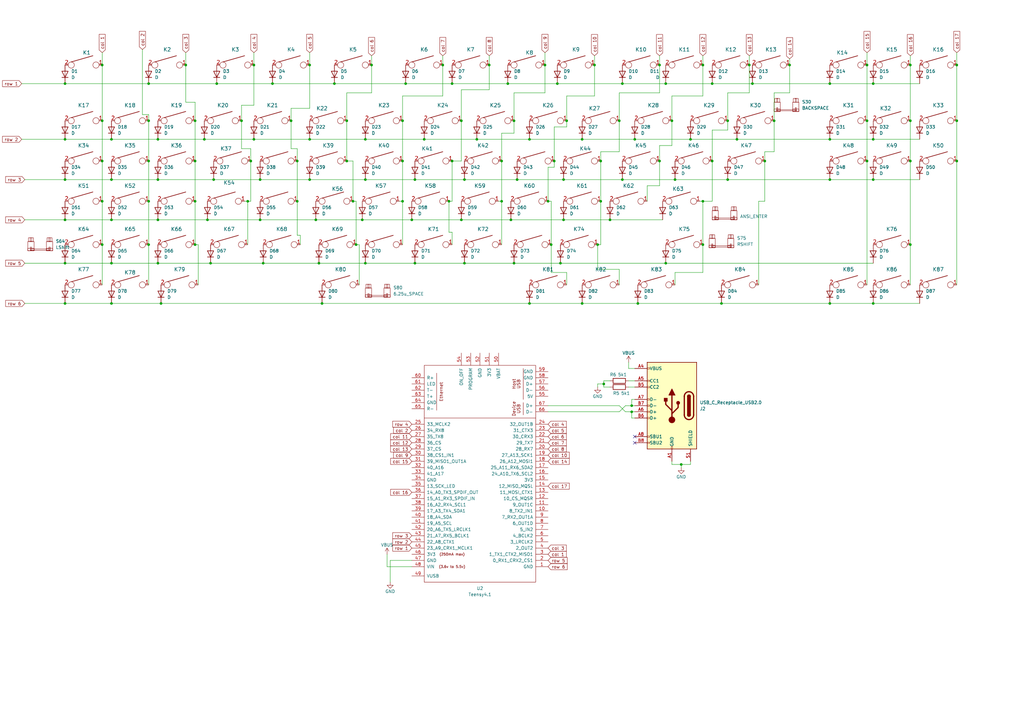
<source format=kicad_sch>
(kicad_sch (version 20230121) (generator eeschema)
  (paper "A3")
  (junction (at 41.91 49.53))
  (junction (at 86.36 107.95))
  (junction (at 358.14 57.15))
  (junction (at 60.96 82.55))
  (junction (at 373.38 100.33))
  (junction (at 41.91 82.55))
  (junction (at 76.2 26.67))
  (junction (at 45.72 73.66))
  (junction (at 317.5 49.53))
  (junction (at 340.36 124.46))
  (junction (at 149.86 57.15))
  (junction (at 185.42 66.04))
  (junction (at 250.19 90.17))
  (junction (at 41.91 66.04))
  (junction (at 373.38 49.53))
  (junction (at 26.67 107.95))
  (junction (at 238.76 124.46))
  (junction (at 83.82 57.15))
  (junction (at 106.68 90.17))
  (junction (at 209.55 90.17))
  (junction (at 149.86 107.95))
  (junction (at 45.72 107.95))
  (junction (at 189.23 90.17))
  (junction (at 80.01 66.04))
  (junction (at 64.77 107.95))
  (junction (at 181.61 26.67))
  (junction (at 292.1 34.29))
  (junction (at 85.09 90.17))
  (junction (at 104.14 26.67))
  (junction (at 80.01 49.53))
  (junction (at 170.18 73.66))
  (junction (at 168.91 90.17))
  (junction (at 64.77 57.15))
  (junction (at 101.6 82.55))
  (junction (at 26.67 73.66))
  (junction (at 148.59 90.17))
  (junction (at 137.16 34.29))
  (junction (at 355.6 49.53))
  (junction (at 255.27 34.29))
  (junction (at 276.86 73.66))
  (junction (at 288.29 82.55))
  (junction (at 308.61 34.29))
  (junction (at 224.79 82.55))
  (junction (at 355.6 26.67))
  (junction (at 104.14 57.15))
  (junction (at 66.04 124.46))
  (junction (at 121.92 82.55))
  (junction (at 60.96 34.29))
  (junction (at 195.58 57.15))
  (junction (at 111.76 34.29))
  (junction (at 189.23 49.53))
  (junction (at 102.87 66.04))
  (junction (at 165.1 49.53))
  (junction (at 26.67 57.15))
  (junction (at 260.35 57.15))
  (junction (at 273.05 107.95))
  (junction (at 217.17 57.15))
  (junction (at 149.86 73.66))
  (junction (at 190.5 73.66))
  (junction (at 340.36 57.15))
  (junction (at 132.08 124.46))
  (junction (at 119.38 49.53))
  (junction (at 246.38 66.04))
  (junction (at 232.41 49.53))
  (junction (at 200.66 26.67))
  (junction (at 247.65 157.48))
  (junction (at 283.21 57.15))
  (junction (at 121.92 66.04))
  (junction (at 228.6 34.29))
  (junction (at 99.06 49.53))
  (junction (at 259.08 166.37))
  (junction (at 231.14 73.66))
  (junction (at 26.67 124.46))
  (junction (at 45.72 124.46))
  (junction (at 88.9 34.29))
  (junction (at 302.26 57.15))
  (junction (at 185.42 34.29))
  (junction (at 273.05 34.29))
  (junction (at 127 26.67))
  (junction (at 358.14 124.46))
  (junction (at 129.54 90.17))
  (junction (at 373.38 26.67))
  (junction (at 307.34 26.67))
  (junction (at 261.62 124.46))
  (junction (at 127 57.15))
  (junction (at 226.06 100.33))
  (junction (at 340.36 73.66))
  (junction (at 184.15 82.55))
  (junction (at 270.51 26.67))
  (junction (at 298.45 73.66))
  (junction (at 80.01 82.55))
  (junction (at 275.59 49.53))
  (junction (at 227.33 66.04))
  (junction (at 288.29 100.33))
  (junction (at 142.24 49.53))
  (junction (at 255.27 73.66))
  (junction (at 87.63 73.66))
  (junction (at 41.91 100.33))
  (junction (at 130.81 107.95))
  (junction (at 26.67 90.17))
  (junction (at 217.17 124.46))
  (junction (at 80.01 100.33))
  (junction (at 45.72 57.15))
  (junction (at 173.99 57.15))
  (junction (at 152.4 26.67))
  (junction (at 392.43 26.67))
  (junction (at 26.67 34.29))
  (junction (at 106.68 73.66))
  (junction (at 60.96 49.53))
  (junction (at 243.84 26.67))
  (junction (at 41.91 26.67))
  (junction (at 127 73.66))
  (junction (at 295.91 124.46))
  (junction (at 190.5 107.95))
  (junction (at 254 49.53))
  (junction (at 392.43 66.04))
  (junction (at 60.96 66.04))
  (junction (at 298.45 49.53))
  (junction (at 208.28 34.29))
  (junction (at 64.77 73.66))
  (junction (at 358.14 73.66))
  (junction (at 323.85 26.67))
  (junction (at 313.69 66.04))
  (junction (at 259.08 168.91))
  (junction (at 107.95 107.95))
  (junction (at 246.38 82.55))
  (junction (at 355.6 66.04))
  (junction (at 142.24 66.04))
  (junction (at 166.37 34.29))
  (junction (at 279.4 190.5))
  (junction (at 212.09 73.66))
  (junction (at 45.72 90.17))
  (junction (at 373.38 66.04))
  (junction (at 64.77 90.17))
  (junction (at 245.11 100.33))
  (junction (at 292.1 66.04))
  (junction (at 238.76 57.15))
  (junction (at 165.1 82.55))
  (junction (at 270.51 66.04))
  (junction (at 170.18 107.95))
  (junction (at 340.36 34.29))
  (junction (at 210.82 107.95))
  (junction (at 223.52 26.67))
  (junction (at 205.74 66.04))
  (junction (at 146.05 100.33))
  (junction (at 392.43 49.53))
  (junction (at 60.96 100.33))
  (junction (at 144.78 82.55))
  (junction (at 358.14 34.29))
  (junction (at 229.87 107.95))
  (junction (at 205.74 82.55))
  (junction (at 288.29 26.67))
  (junction (at 210.82 49.53))
  (junction (at 165.1 66.04))
  (junction (at 231.14 90.17))
  (no_connect (at 260.35 181.61))
  (no_connect (at 260.35 179.07))
  (wire (pts (xy 279.4 190.5) (xy 279.4 191.77)))
  (wire (pts (xy 104.14 43.18) (xy 99.06 43.18)))
  (wire (pts (xy 60.96 82.55) (xy 60.96 100.33)))
  (wire (pts (xy 99.06 60.96) (xy 102.87 60.96)))
  (wire (pts (xy 259.08 171.45) (xy 260.35 171.45)))
  (wire (pts (xy 227.33 68.58) (xy 227.33 66.04)))
  (wire (pts (xy 76.2 26.67) (xy 76.2 41.91)))
  (wire (pts (xy 127 21.59) (xy 127 26.67)))
  (wire (pts (xy 224.79 168.91) (xy 254 168.91)))
  (wire (pts (xy 121.92 82.55) (xy 121.92 96.52)))
  (wire (pts (xy 226.06 82.55) (xy 224.79 82.55)))
  (wire (pts (xy 317.5 38.1) (xy 323.85 38.1)))
  (wire (pts (xy 254 110.49) (xy 254 116.84)))
  (wire (pts (xy 298.45 53.34) (xy 298.45 49.53)))
  (wire (pts (xy 255.27 34.29) (xy 273.05 34.29)))
  (wire (pts (xy 137.16 34.29) (xy 166.37 34.29)))
  (wire (pts (xy 170.18 107.95) (xy 190.5 107.95)))
  (wire (pts (xy 373.38 26.67) (xy 373.38 49.53)))
  (wire (pts (xy 245.11 100.33) (xy 245.11 110.49)))
  (wire (pts (xy 288.29 100.33) (xy 288.29 82.55)))
  (wire (pts (xy 302.26 57.15) (xy 340.36 57.15)))
  (wire (pts (xy 158.75 227.33) (xy 158.75 232.41)))
  (wire (pts (xy 232.41 52.07) (xy 232.41 49.53)))
  (wire (pts (xy 185.42 66.04) (xy 185.42 82.55)))
  (wire (pts (xy 288.29 82.55) (xy 292.1 82.55)))
  (wire (pts (xy 88.9 34.29) (xy 111.76 34.29)))
  (wire (pts (xy 45.72 107.95) (xy 64.77 107.95)))
  (wire (pts (xy 142.24 49.53) (xy 142.24 38.1)))
  (wire (pts (xy 205.74 100.33) (xy 205.74 82.55)))
  (wire (pts (xy 119.38 60.96) (xy 121.92 60.96)))
  (wire (pts (xy 41.91 82.55) (xy 41.91 100.33)))
  (wire (pts (xy 127 57.15) (xy 149.86 57.15)))
  (wire (pts (xy 276.86 111.76) (xy 288.29 111.76)))
  (wire (pts (xy 246.38 100.33) (xy 245.11 100.33)))
  (wire (pts (xy 41.91 49.53) (xy 41.91 66.04)))
  (wire (pts (xy 223.52 38.1) (xy 223.52 26.67)))
  (wire (pts (xy 165.1 82.55) (xy 163.83 82.55)))
  (wire (pts (xy 26.67 73.66) (xy 45.72 73.66)))
  (wire (pts (xy 246.38 82.55) (xy 246.38 100.33)))
  (wire (pts (xy 165.1 82.55) (xy 165.1 100.33)))
  (wire (pts (xy 288.29 39.37) (xy 275.59 39.37)))
  (wire (pts (xy 270.51 76.2) (xy 265.43 76.2)))
  (wire (pts (xy 127 44.45) (xy 119.38 44.45)))
  (wire (pts (xy 358.14 124.46) (xy 377.19 124.46)))
  (wire (pts (xy 168.91 90.17) (xy 189.23 90.17)))
  (wire (pts (xy 247.65 156.21) (xy 247.65 157.48)))
  (wire (pts (xy 64.77 107.95) (xy 86.36 107.95)))
  (wire (pts (xy 260.35 168.91) (xy 259.08 168.91)))
  (wire (pts (xy 265.43 76.2) (xy 265.43 82.55)))
  (wire (pts (xy 254 49.53) (xy 254 62.23)))
  (wire (pts (xy 181.61 22.86) (xy 181.61 26.67)))
  (wire (pts (xy 26.67 107.95) (xy 45.72 107.95)))
  (wire (pts (xy 102.87 60.96) (xy 102.87 66.04)))
  (wire (pts (xy 205.74 54.61) (xy 210.82 54.61)))
  (wire (pts (xy 295.91 124.46) (xy 340.36 124.46)))
  (wire (pts (xy 307.34 38.1) (xy 307.34 26.67)))
  (wire (pts (xy 166.37 34.29) (xy 185.42 34.29)))
  (wire (pts (xy 146.05 100.33) (xy 146.05 82.55)))
  (wire (pts (xy 259.08 168.91) (xy 259.08 171.45)))
  (wire (pts (xy 123.19 96.52) (xy 123.19 100.33)))
  (wire (pts (xy 292.1 53.34) (xy 298.45 53.34)))
  (wire (pts (xy 26.67 90.17) (xy 45.72 90.17)))
  (wire (pts (xy 270.51 22.86) (xy 270.51 26.67)))
  (wire (pts (xy 232.41 39.37) (xy 243.84 39.37)))
  (wire (pts (xy 200.66 36.83) (xy 189.23 36.83)))
  (wire (pts (xy 80.01 82.55) (xy 80.01 100.33)))
  (wire (pts (xy 270.51 66.04) (xy 270.51 76.2)))
  (wire (pts (xy 148.59 90.17) (xy 168.91 90.17)))
  (wire (pts (xy 60.96 66.04) (xy 60.96 82.55)))
  (wire (pts (xy 224.79 82.55) (xy 224.79 68.58)))
  (wire (pts (xy 226.06 111.76) (xy 232.41 111.76)))
  (wire (pts (xy 224.79 166.37) (xy 254 166.37)))
  (wire (pts (xy 76.2 41.91) (xy 80.01 41.91)))
  (wire (pts (xy 160.02 229.87) (xy 160.02 238.76)))
  (wire (pts (xy 276.86 73.66) (xy 298.45 73.66)))
  (wire (pts (xy 247.65 157.48) (xy 247.65 158.75)))
  (wire (pts (xy 257.81 158.75) (xy 260.35 158.75)))
  (wire (pts (xy 132.08 124.46) (xy 217.17 124.46)))
  (wire (pts (xy 147.32 116.84) (xy 147.32 100.33)))
  (wire (pts (xy 226.06 100.33) (xy 226.06 111.76)))
  (wire (pts (xy 392.43 26.67) (xy 392.43 49.53)))
  (wire (pts (xy 243.84 39.37) (xy 243.84 26.67)))
  (wire (pts (xy 292.1 82.55) (xy 292.1 66.04)))
  (wire (pts (xy 106.68 73.66) (xy 127 73.66)))
  (wire (pts (xy 142.24 38.1) (xy 152.4 38.1)))
  (wire (pts (xy 373.38 66.04) (xy 373.38 100.33)))
  (wire (pts (xy 41.91 100.33) (xy 41.91 116.84)))
  (wire (pts (xy 283.21 189.23) (xy 283.21 190.5)))
  (wire (pts (xy 288.29 26.67) (xy 288.29 39.37)))
  (wire (pts (xy 80.01 66.04) (xy 80.01 82.55)))
  (wire (pts (xy 142.24 49.53) (xy 142.24 66.04)))
  (wire (pts (xy 144.78 82.55) (xy 144.78 66.04)))
  (wire (pts (xy 189.23 90.17) (xy 209.55 90.17)))
  (wire (pts (xy 99.06 49.53) (xy 99.06 60.96)))
  (wire (pts (xy 189.23 36.83) (xy 189.23 49.53)))
  (wire (pts (xy 58.42 46.99) (xy 60.96 46.99)))
  (wire (pts (xy 311.15 82.55) (xy 313.69 82.55)))
  (wire (pts (xy 373.38 49.53) (xy 373.38 66.04)))
  (wire (pts (xy 190.5 107.95) (xy 210.82 107.95)))
  (wire (pts (xy 317.5 49.53) (xy 317.5 38.1)))
  (wire (pts (xy 254 62.23) (xy 246.38 62.23)))
  (wire (pts (xy 373.38 100.33) (xy 373.38 116.84)))
  (wire (pts (xy 64.77 73.66) (xy 45.72 73.66)))
  (wire (pts (xy 184.15 82.55) (xy 184.15 95.25)))
  (wire (pts (xy 184.15 95.25) (xy 185.42 95.25)))
  (wire (pts (xy 205.74 66.04) (xy 205.74 82.55)))
  (wire (pts (xy 26.67 34.29) (xy 60.96 34.29)))
  (wire (pts (xy 275.59 190.5) (xy 279.4 190.5)))
  (wire (pts (xy 181.61 26.67) (xy 181.61 39.37)))
  (wire (pts (xy 86.36 107.95) (xy 107.95 107.95)))
  (wire (pts (xy 238.76 124.46) (xy 261.62 124.46)))
  (wire (pts (xy 250.19 90.17) (xy 271.78 90.17)))
  (wire (pts (xy 106.68 90.17) (xy 129.54 90.17)))
  (wire (pts (xy 26.67 57.15) (xy 45.72 57.15)))
  (wire (pts (xy 152.4 26.67) (xy 152.4 22.86)))
  (wire (pts (xy 195.58 57.15) (xy 217.17 57.15)))
  (wire (pts (xy 373.38 22.86) (xy 373.38 26.67)))
  (wire (pts (xy 83.82 57.15) (xy 104.14 57.15)))
  (wire (pts (xy 256.54 166.37) (xy 254 168.91)))
  (wire (pts (xy 256.54 168.91) (xy 254 166.37)))
  (wire (pts (xy 168.91 229.87) (xy 160.02 229.87)))
  (wire (pts (xy 190.5 73.66) (xy 212.09 73.66)))
  (wire (pts (xy 298.45 38.1) (xy 307.34 38.1)))
  (wire (pts (xy 127 73.66) (xy 149.86 73.66)))
  (wire (pts (xy 185.42 82.55) (xy 184.15 82.55)))
  (wire (pts (xy 165.1 49.53) (xy 165.1 66.04)))
  (wire (pts (xy 80.01 41.91) (xy 80.01 49.53)))
  (wire (pts (xy 146.05 82.55) (xy 144.78 82.55)))
  (wire (pts (xy 217.17 57.15) (xy 238.76 57.15)))
  (wire (pts (xy 307.34 22.86) (xy 307.34 26.67)))
  (wire (pts (xy 64.77 90.17) (xy 85.09 90.17)))
  (wire (pts (xy 10.16 73.66) (xy 26.67 73.66)))
  (wire (pts (xy 287.02 82.55) (xy 288.29 82.55)))
  (wire (pts (xy 26.67 124.46) (xy 45.72 124.46)))
  (wire (pts (xy 76.2 21.59) (xy 76.2 26.67)))
  (wire (pts (xy 232.41 49.53) (xy 232.41 39.37)))
  (wire (pts (xy 257.81 151.13) (xy 260.35 151.13)))
  (wire (pts (xy 111.76 34.29) (xy 137.16 34.29)))
  (wire (pts (xy 317.5 62.23) (xy 317.5 49.53)))
  (wire (pts (xy 217.17 124.46) (xy 238.76 124.46)))
  (wire (pts (xy 288.29 22.86) (xy 288.29 26.67)))
  (wire (pts (xy 260.35 57.15) (xy 283.21 57.15)))
  (wire (pts (xy 104.14 26.67) (xy 104.14 43.18)))
  (wire (pts (xy 231.14 73.66) (xy 255.27 73.66)))
  (wire (pts (xy 259.08 163.83) (xy 259.08 166.37)))
  (wire (pts (xy 298.45 49.53) (xy 298.45 38.1)))
  (wire (pts (xy 60.96 46.99) (xy 60.96 49.53)))
  (wire (pts (xy 245.11 110.49) (xy 254 110.49)))
  (wire (pts (xy 210.82 49.53) (xy 210.82 38.1)))
  (wire (pts (xy 355.6 66.04) (xy 355.6 116.84)))
  (wire (pts (xy 80.01 49.53) (xy 80.01 66.04)))
  (wire (pts (xy 130.81 107.95) (xy 149.86 107.95)))
  (wire (pts (xy 323.85 24.13) (xy 323.85 26.67)))
  (wire (pts (xy 273.05 34.29) (xy 292.1 34.29)))
  (wire (pts (xy 64.77 57.15) (xy 83.82 57.15)))
  (wire (pts (xy 358.14 73.66) (xy 377.19 73.66)))
  (wire (pts (xy 149.86 73.66) (xy 170.18 73.66)))
  (wire (pts (xy 41.91 26.67) (xy 41.91 49.53)))
  (wire (pts (xy 85.09 90.17) (xy 106.68 90.17)))
  (wire (pts (xy 41.91 66.04) (xy 41.91 82.55)))
  (wire (pts (xy 210.82 54.61) (xy 210.82 49.53)))
  (wire (pts (xy 288.29 111.76) (xy 288.29 100.33)))
  (wire (pts (xy 231.14 90.17) (xy 250.19 90.17)))
  (wire (pts (xy 246.38 62.23) (xy 246.38 66.04)))
  (wire (pts (xy 212.09 73.66) (xy 231.14 73.66)))
  (wire (pts (xy 256.54 168.91) (xy 259.08 168.91)))
  (wire (pts (xy 101.6 100.33) (xy 101.6 82.55)))
  (wire (pts (xy 323.85 38.1) (xy 323.85 26.67)))
  (wire (pts (xy 245.11 157.48) (xy 247.65 157.48)))
  (wire (pts (xy 254 38.1) (xy 254 49.53)))
  (wire (pts (xy 229.87 107.95) (xy 273.05 107.95)))
  (wire (pts (xy 100.33 82.55) (xy 101.6 82.55)))
  (wire (pts (xy 121.92 60.96) (xy 121.92 66.04)))
  (wire (pts (xy 210.82 107.95) (xy 229.87 107.95)))
  (wire (pts (xy 165.1 66.04) (xy 165.1 82.55)))
  (wire (pts (xy 313.69 66.04) (xy 313.69 82.55)))
  (wire (pts (xy 257.81 148.59) (xy 257.81 151.13)))
  (wire (pts (xy 256.54 166.37) (xy 259.08 166.37)))
  (wire (pts (xy 101.6 82.55) (xy 102.87 82.55)))
  (wire (pts (xy 102.87 66.04) (xy 102.87 82.55)))
  (wire (pts (xy 200.66 26.67) (xy 200.66 36.83)))
  (wire (pts (xy 259.08 166.37) (xy 260.35 166.37)))
  (wire (pts (xy 238.76 57.15) (xy 260.35 57.15)))
  (wire (pts (xy 170.18 73.66) (xy 190.5 73.66)))
  (wire (pts (xy 41.91 21.59) (xy 41.91 26.67)))
  (wire (pts (xy 243.84 22.86) (xy 243.84 26.67)))
  (wire (pts (xy 270.51 59.69) (xy 270.51 66.04)))
  (wire (pts (xy 104.14 57.15) (xy 127 57.15)))
  (wire (pts (xy 173.99 57.15) (xy 195.58 57.15)))
  (wire (pts (xy 283.21 57.15) (xy 302.26 57.15)))
  (wire (pts (xy 104.14 21.59) (xy 104.14 26.67)))
  (wire (pts (xy 81.28 100.33) (xy 80.01 100.33)))
  (wire (pts (xy 45.72 57.15) (xy 64.77 57.15)))
  (wire (pts (xy 119.38 44.45) (xy 119.38 49.53)))
  (wire (pts (xy 308.61 34.29) (xy 340.36 34.29)))
  (wire (pts (xy 60.96 100.33) (xy 60.96 116.84)))
  (wire (pts (xy 276.86 116.84) (xy 276.86 111.76)))
  (wire (pts (xy 260.35 163.83) (xy 259.08 163.83)))
  (wire (pts (xy 10.16 90.17) (xy 26.67 90.17)))
  (wire (pts (xy 247.65 158.75) (xy 250.19 158.75)))
  (wire (pts (xy 121.92 96.52) (xy 123.19 96.52)))
  (wire (pts (xy 392.43 66.04) (xy 392.43 116.84)))
  (wire (pts (xy 45.72 124.46) (xy 66.04 124.46)))
  (wire (pts (xy 99.06 43.18) (xy 99.06 49.53)))
  (wire (pts (xy 340.36 73.66) (xy 358.14 73.66)))
  (wire (pts (xy 245.11 158.75) (xy 245.11 157.48)))
  (wire (pts (xy 181.61 39.37) (xy 165.1 39.37)))
  (wire (pts (xy 60.96 34.29) (xy 88.9 34.29)))
  (wire (pts (xy 355.6 21.59) (xy 355.6 26.67)))
  (wire (pts (xy 129.54 90.17) (xy 148.59 90.17)))
  (wire (pts (xy 223.52 21.59) (xy 223.52 26.67)))
  (wire (pts (xy 107.95 107.95) (xy 130.81 107.95)))
  (wire (pts (xy 165.1 39.37) (xy 165.1 49.53)))
  (wire (pts (xy 87.63 73.66) (xy 106.68 73.66)))
  (wire (pts (xy 270.51 26.67) (xy 270.51 38.1)))
  (wire (pts (xy 292.1 34.29) (xy 308.61 34.29)))
  (wire (pts (xy 292.1 66.04) (xy 292.1 53.34)))
  (wire (pts (xy 340.36 57.15) (xy 358.14 57.15)))
  (wire (pts (xy 189.23 49.53) (xy 189.23 66.04)))
  (wire (pts (xy 158.75 232.41) (xy 168.91 232.41)))
  (wire (pts (xy 149.86 107.95) (xy 170.18 107.95)))
  (wire (pts (xy 121.92 66.04) (xy 121.92 82.55)))
  (wire (pts (xy 149.86 57.15) (xy 173.99 57.15)))
  (wire (pts (xy 275.59 59.69) (xy 270.51 59.69)))
  (wire (pts (xy 200.66 22.86) (xy 200.66 26.67)))
  (wire (pts (xy 208.28 34.29) (xy 228.6 34.29)))
  (wire (pts (xy 355.6 26.67) (xy 355.6 49.53)))
  (wire (pts (xy 152.4 38.1) (xy 152.4 26.67)))
  (wire (pts (xy 127 26.67) (xy 127 44.45)))
  (wire (pts (xy 255.27 34.29) (xy 228.6 34.29)))
  (wire (pts (xy 224.79 68.58) (xy 227.33 68.58)))
  (wire (pts (xy 58.42 20.32) (xy 58.42 46.99)))
  (wire (pts (xy 279.4 190.5) (xy 283.21 190.5)))
  (wire (pts (xy 10.16 107.95) (xy 26.67 107.95)))
  (wire (pts (xy 270.51 38.1) (xy 254 38.1)))
  (wire (pts (xy 358.14 34.29) (xy 377.19 34.29)))
  (wire (pts (xy 45.72 90.17) (xy 64.77 90.17)))
  (wire (pts (xy 260.35 156.21) (xy 257.81 156.21)))
  (wire (pts (xy 209.55 90.17) (xy 231.14 90.17)))
  (wire (pts (xy 358.14 57.15) (xy 377.19 57.15)))
  (wire (pts (xy 64.77 73.66) (xy 87.63 73.66)))
  (wire (pts (xy 392.43 21.59) (xy 392.43 26.67)))
  (wire (pts (xy 60.96 49.53) (xy 60.96 66.04)))
  (wire (pts (xy 205.74 66.04) (xy 205.74 54.61)))
  (wire (pts (xy 8.89 57.15) (xy 26.67 57.15)))
  (wire (pts (xy 355.6 49.53) (xy 355.6 66.04)))
  (wire (pts (xy 298.45 73.66) (xy 340.36 73.66)))
  (wire (pts (xy 313.69 62.23) (xy 313.69 66.04)))
  (wire (pts (xy 119.38 49.53) (xy 119.38 60.96)))
  (wire (pts (xy 340.36 124.46) (xy 358.14 124.46)))
  (wire (pts (xy 273.05 107.95) (xy 358.14 107.95)))
  (wire (pts (xy 189.23 66.04) (xy 185.42 66.04)))
  (wire (pts (xy 392.43 49.53) (xy 392.43 66.04)))
  (wire (pts (xy 66.04 124.46) (xy 132.08 124.46)))
  (wire (pts (xy 311.15 116.84) (xy 311.15 82.55)))
  (wire (pts (xy 227.33 66.04) (xy 227.33 52.07)))
  (wire (pts (xy 246.38 66.04) (xy 246.38 82.55)))
  (wire (pts (xy 210.82 38.1) (xy 223.52 38.1)))
  (wire (pts (xy 275.59 39.37) (xy 275.59 49.53)))
  (wire (pts (xy 144.78 66.04) (xy 142.24 66.04)))
  (wire (pts (xy 227.33 52.07) (xy 232.41 52.07)))
  (wire (pts (xy 313.69 62.23) (xy 317.5 62.23)))
  (wire (pts (xy 185.42 95.25) (xy 185.42 100.33)))
  (wire (pts (xy 255.27 73.66) (xy 276.86 73.66)))
  (wire (pts (xy 185.42 34.29) (xy 208.28 34.29)))
  (wire (pts (xy 8.89 34.29) (xy 26.67 34.29)))
  (wire (pts (xy 147.32 100.33) (xy 146.05 100.33)))
  (wire (pts (xy 275.59 49.53) (xy 275.59 59.69)))
  (wire (pts (xy 205.74 82.55) (xy 204.47 82.55)))
  (wire (pts (xy 275.59 189.23) (xy 275.59 190.5)))
  (wire (pts (xy 226.06 100.33) (xy 226.06 82.55)))
  (wire (pts (xy 340.36 34.29) (xy 358.14 34.29)))
  (wire (pts (xy 232.41 111.76) (xy 232.41 116.84)))
  (wire (pts (xy 261.62 124.46) (xy 295.91 124.46)))
  (wire (pts (xy 81.28 100.33) (xy 81.28 116.84)))
  (wire (pts (xy 250.19 156.21) (xy 247.65 156.21)))
  (wire (pts (xy 10.16 124.46) (xy 26.67 124.46)))
  (global_label "col 12" (shape input) (at 168.91 181.61 180) (property "Intersheetrefs" "${INTERSHEET_REFS}" (effects hide)))
  (global_label "col 17" (shape input) (at 224.79 199.39 0) (property "Intersheetrefs" "${INTERSHEET_REFS}" (effects hide)))
  (global_label "col 3" (shape input) (at 76.2 21.59 90) (property "Intersheetrefs" "${INTERSHEET_REFS}" (effects hide)))
  (global_label "col 16" (shape input) (at 373.38 22.86 90) (property "Intersheetrefs" "${INTERSHEET_REFS}" (effects hide)))
  (global_label "col 8" (shape input) (at 224.79 184.15 0) (property "Intersheetrefs" "${INTERSHEET_REFS}" (effects hide)))
  (global_label "col 1" (shape input) (at 41.91 21.59 90) (property "Intersheetrefs" "${INTERSHEET_REFS}" (effects hide)))
  (global_label "col 17" (shape input) (at 392.43 21.59 90) (property "Intersheetrefs" "${INTERSHEET_REFS}" (effects hide)))
  (global_label "col 2" (shape input) (at 58.42 20.32 90) (property "Intersheetrefs" "${INTERSHEET_REFS}" (effects hide)))
  (global_label "col 14" (shape input) (at 224.79 189.23 0) (property "Intersheetrefs" "${INTERSHEET_REFS}" (effects hide)))
  (global_label "col 15" (shape input) (at 168.91 189.23 180) (property "Intersheetrefs" "${INTERSHEET_REFS}" (effects hide)))
  (global_label "row 1" (shape input) (at 168.91 224.79 180) (property "Intersheetrefs" "${INTERSHEET_REFS}" (effects hide)))
  (global_label "col 7" (shape input) (at 181.61 22.86 90) (property "Intersheetrefs" "${INTERSHEET_REFS}" (effects hide)))
  (global_label "col 11" (shape input) (at 270.51 22.86 90) (property "Intersheetrefs" "${INTERSHEET_REFS}" (effects hide)))
  (global_label "row 3" (shape input) (at 10.16 73.66 180) (property "Intersheetrefs" "${INTERSHEET_REFS}" (effects hide)))
  (global_label "col 3" (shape input) (at 224.79 224.79 0) (property "Intersheetrefs" "${INTERSHEET_REFS}" (effects hide)))
  (global_label "row 5" (shape input) (at 224.79 229.87 0) (property "Intersheetrefs" "${INTERSHEET_REFS}" (effects hide)))
  (global_label "col 5" (shape input) (at 127 21.59 90) (property "Intersheetrefs" "${INTERSHEET_REFS}" (effects hide)))
  (global_label "row 1" (shape input) (at 8.89 34.29 180) (property "Intersheetrefs" "${INTERSHEET_REFS}" (effects hide)))
  (global_label "row 4" (shape input) (at 10.16 90.17 180) (property "Intersheetrefs" "${INTERSHEET_REFS}" (effects hide)))
  (global_label "col 7" (shape input) (at 224.79 181.61 0) (property "Intersheetrefs" "${INTERSHEET_REFS}" (effects hide)))
  (global_label "col 14" (shape input) (at 323.85 24.13 90) (property "Intersheetrefs" "${INTERSHEET_REFS}" (effects hide)))
  (global_label "row 6" (shape input) (at 224.79 232.41 0) (property "Intersheetrefs" "${INTERSHEET_REFS}" (effects hide)))
  (global_label "row 4" (shape input) (at 168.91 173.99 180) (property "Intersheetrefs" "${INTERSHEET_REFS}" (effects hide)))
  (global_label "row 5" (shape input) (at 10.16 107.95 180) (property "Intersheetrefs" "${INTERSHEET_REFS}" (effects hide)))
  (global_label "col 13" (shape input) (at 168.91 184.15 180) (property "Intersheetrefs" "${INTERSHEET_REFS}" (effects hide)))
  (global_label "col 8" (shape input) (at 200.66 22.86 90) (property "Intersheetrefs" "${INTERSHEET_REFS}" (effects hide)))
  (global_label "col 9" (shape input) (at 168.91 186.69 180) (property "Intersheetrefs" "${INTERSHEET_REFS}" (effects hide)))
  (global_label "col 4" (shape input) (at 104.14 21.59 90) (property "Intersheetrefs" "${INTERSHEET_REFS}" (effects hide)))
  (global_label "row 6" (shape input) (at 10.16 124.46 180) (property "Intersheetrefs" "${INTERSHEET_REFS}" (effects hide)))
  (global_label "col 6" (shape input) (at 224.79 179.07 0) (property "Intersheetrefs" "${INTERSHEET_REFS}" (effects hide)))
  (global_label "col 11" (shape input) (at 168.91 179.07 180) (property "Intersheetrefs" "${INTERSHEET_REFS}" (effects hide)))
  (global_label "col 13" (shape input) (at 307.34 22.86 90) (property "Intersheetrefs" "${INTERSHEET_REFS}" (effects hide)))
  (global_label "col 15" (shape input) (at 355.6 21.59 90) (property "Intersheetrefs" "${INTERSHEET_REFS}" (effects hide)))
  (global_label "col 10" (shape input) (at 224.79 186.69 0) (property "Intersheetrefs" "${INTERSHEET_REFS}" (effects hide)))
  (global_label "col 9" (shape input) (at 223.52 21.59 90) (property "Intersheetrefs" "${INTERSHEET_REFS}" (effects hide)))
  (global_label "col 1" (shape input) (at 224.79 227.33 0) (property "Intersheetrefs" "${INTERSHEET_REFS}" (effects hide)))
  (global_label "col 2" (shape input) (at 168.91 176.53 180) (property "Intersheetrefs" "${INTERSHEET_REFS}" (effects hide)))
  (global_label "col 16" (shape input) (at 168.91 201.93 180) (property "Intersheetrefs" "${INTERSHEET_REFS}" (effects hide)))
  (global_label "row 2" (shape input) (at 8.89 57.15 180) (property "Intersheetrefs" "${INTERSHEET_REFS}" (effects hide)))
  (global_label "row 3" (shape input) (at 168.91 219.71 180) (property "Intersheetrefs" "${INTERSHEET_REFS}" (effects hide)))
  (global_label "row 2" (shape input) (at 168.91 222.25 180) (property "Intersheetrefs" "${INTERSHEET_REFS}" (effects hide)))
  (global_label "col 12" (shape input) (at 288.29 22.86 90) (property "Intersheetrefs" "${INTERSHEET_REFS}" (effects hide)))
  (global_label "col 4" (shape input) (at 224.79 173.99 0) (property "Intersheetrefs" "${INTERSHEET_REFS}" (effects hide)))
  (global_label "col 10" (shape input) (at 243.84 22.86 90) (property "Intersheetrefs" "${INTERSHEET_REFS}" (effects hide)))
  (global_label "col 5" (shape input) (at 224.79 176.53 0) (property "Intersheetrefs" "${INTERSHEET_REFS}" (effects hide)))
  (global_label "col 6" (shape input) (at 152.4 22.86 90) (property "Intersheetrefs" "${INTERSHEET_REFS}" (effects hide)))
  (symbol (lib_id "Device:D") (at 292.1 30.48 90) (unit 1)
    (property "Reference" "D12" (at 294.64 29.21 90) (effects (justify right)))
    (property "Value" "D" (at 294.64 31.75 90) (effects (justify right)))
    (property "Footprint" "custom:SOD882D" (effects hide))
    (property "Sim.Device" "D" (effects hide))
    (property "Sim.Pins" "1=K 2=A" (effects hide))
  )
  (symbol (lib_id "keyboard_parts:KEYSW") (at 347.98 26.67 0) (unit 1)
    (property "Reference" "K14" (at 345.44 21.59 0) (effects (font (size 1.524 1.524))))
    (property "Value" "KEYSW" (effects hide))
    (property "Footprint" "PCM_marbastlib-mx:SW_MX_1u" (effects hide))
  )
  (symbol (lib_id "keyboard_parts:KEYSW") (at 384.81 66.04 0) (unit 1)
    (property "Reference" "K50" (at 384.81 59.69 0) (effects (font (size 1.524 1.524))))
    (property "Value" "KEYSW" (effects hide))
    (property "Footprint" "PCM_marbastlib-mx:SW_MX_1u" (effects hide))
  )
  (symbol (lib_id "keyboard_parts:KEYSW") (at 269.24 116.84 0) (unit 1)
    (property "Reference" "K83" (at 269.24 110.49 0) (effects (font (size 1.524 1.524))))
    (property "Value" "KEYSW" (effects hide))
    (property "Footprint" "PCM_marbastlib-mx:SW_MX_1.25u" (effects hide))
  )
  (symbol (lib_id "keyboard_parts:KEYSW") (at 134.62 49.53 0) (unit 1)
    (property "Reference" "K22" (at 132.08 44.45 0) (effects (font (size 1.524 1.524))))
    (property "Value" "KEYSW" (effects hide))
    (property "Footprint" "PCM_marbastlib-mx:SW_MX_1u" (effects hide))
  )
  (symbol (lib_id "Device:D") (at 132.08 120.65 90) (unit 1)
    (property "Reference" "D80" (at 134.62 119.38 90) (effects (justify right)))
    (property "Value" "D" (at 134.62 121.92 90) (effects (justify right)))
    (property "Footprint" "custom:SOD882D" (effects hide))
    (property "Sim.Device" "D" (effects hide))
    (property "Sim.Pins" "1=K 2=A" (effects hide))
  )
  (symbol (lib_id "keyboard_parts:KEYSW") (at 347.98 49.53 0) (unit 1)
    (property "Reference" "K31" (at 347.98 43.18 0) (effects (font (size 1.524 1.524))))
    (property "Value" "KEYSW" (effects hide))
    (property "Footprint" "PCM_marbastlib-mx:SW_MX_1u" (effects hide))
  )
  (symbol (lib_id "keyboard_parts:KEYSW") (at 236.22 26.67 0) (unit 1)
    (property "Reference" "K9" (at 236.22 20.32 0) (effects (font (size 1.524 1.524))))
    (property "Value" "KEYSW" (effects hide))
    (property "Footprint" "PCM_marbastlib-mx:SW_MX_1.25u" (effects hide))
  )
  (symbol (lib_id "keyboard_parts:KEYSW") (at 365.76 26.67 0) (unit 1)
    (property "Reference" "K15" (at 365.76 20.32 0) (effects (font (size 1.524 1.524))))
    (property "Value" "KEYSW" (effects hide))
    (property "Footprint" "PCM_marbastlib-mx:SW_MX_1.25u" (effects hide))
  )
  (symbol (lib_id "Device:D") (at 302.26 53.34 90) (unit 1)
    (property "Reference" "D30" (at 304.8 52.07 90) (effects (justify right)))
    (property "Value" "D" (at 304.8 54.61 90) (effects (justify right)))
    (property "Footprint" "custom:SOD882D" (effects hide))
    (property "Sim.Device" "D" (effects hide))
    (property "Sim.Pins" "1=K 2=A" (effects hide))
  )
  (symbol (lib_id "keyboard_parts:KEYSW") (at 279.4 82.55 0) (unit 1)
    (property "Reference" "K63" (at 278.13 77.47 0) (effects (font (size 1.524 1.524))))
    (property "Value" "KEYSW" (effects hide))
    (property "Footprint" "PCM_marbastlib-mx:SW_MX_1u" (effects hide))
  )
  (symbol (lib_id "keyboard_parts:KEYSW") (at 157.48 100.33 0) (unit 1)
    (property "Reference" "K70" (effects hide))
    (property "Value" "KEYSW" (effects hide))
    (property "Footprint" "PCM_marbastlib-mx:SW_MX_1u" (effects hide))
  )
  (symbol (lib_id "PCM_marbastlib-mx:MX_stab") (at 16.51 100.33 0) (unit 1)
    (property "Reference" "S64" (at 22.86 98.933 0) (effects (justify left)))
    (property "Value" "LShift" (at 22.86 101.473 0) (effects (justify left)))
    (property "Footprint" "PCM_marbastlib-mx:STAB_MX_2.25u" (effects hide))
  )
  (symbol (lib_id "keyboard_parts:KEYSW") (at 365.76 100.33 0) (unit 1)
    (property "Reference" "K76" (at 365.76 93.98 0) (effects (font (size 1.524 1.524))))
    (property "Value" "KEYSW" (effects hide))
    (property "Footprint" "PCM_marbastlib-mx:SW_MX_1u" (effects hide))
  )
  (symbol (lib_id "keyboard_parts:KEYSW") (at 177.8 66.04 0) (unit 1)
    (property "Reference" "K41" (at 175.26 60.96 0) (effects (font (size 1.524 1.524))))
    (property "Value" "KEYSW" (effects hide))
    (property "Footprint" "PCM_marbastlib-mx:SW_MX_1u" (effects hide))
  )
  (symbol (lib_id "keyboard_parts:KEYSW") (at 224.79 49.53 0) (unit 1)
    (property "Reference" "K26" (at 224.79 43.18 0) (effects (font (size 1.524 1.524))))
    (property "Value" "KEYSW" (effects hide))
    (property "Footprint" "PCM_marbastlib-mx:SW_MX_1u" (effects hide))
  )
  (symbol (lib_id "Device:D") (at 238.76 53.34 90) (unit 1)
    (property "Reference" "D27" (at 241.3 52.07 90) (effects (justify right)))
    (property "Value" "D" (at 241.3 54.61 90) (effects (justify right)))
    (property "Footprint" "custom:SOD882D" (effects hide))
    (property "Sim.Device" "D" (effects hide))
    (property "Sim.Pins" "1=K 2=A" (effects hide))
  )
  (symbol (lib_id "keyboard_parts:KEYSW") (at 262.89 26.67 0) (unit 1)
    (property "Reference" "K10" (at 262.89 20.32 0) (effects (font (size 1.524 1.524))))
    (property "Value" "KEYSW" (effects hide))
    (property "Footprint" "PCM_marbastlib-mx:SW_MX_1u" (effects hide))
  )
  (symbol (lib_id "keyboard_parts:KEYSW") (at 215.9 26.67 0) (unit 1)
    (property "Reference" "K8" (at 217.17 21.59 0) (effects (font (size 1.524 1.524))))
    (property "Value" "KEYSW" (effects hide))
    (property "Footprint" "PCM_marbastlib-mx:SW_MX_1u" (effects hide))
  )
  (symbol (lib_id "Device:D") (at 210.82 104.14 90) (unit 1)
    (property "Reference" "D73" (at 213.36 102.87 90) (effects (justify right)))
    (property "Value" "D" (at 213.36 105.41 90) (effects (justify right)))
    (property "Footprint" "custom:SOD882D" (effects hide))
    (property "Sim.Device" "D" (effects hide))
    (property "Sim.Pins" "1=K 2=A" (effects hide))
  )
  (symbol (lib_id "keyboard_parts:KEYSW") (at 72.39 100.33 0) (unit 1)
    (property "Reference" "K66" (at 72.39 93.98 0) (effects (font (size 1.524 1.524))))
    (property "Value" "KEYSW" (effects hide))
    (property "Footprint" "PCM_marbastlib-mx:SW_MX_1u" (effects hide))
  )
  (symbol (lib_id "teensy:Teensy4.1") (at 196.85 177.8 180) (unit 1)
    (property "Reference" "U2" (at 196.85 241.3 0))
    (property "Value" "Teensy4.1" (at 196.85 243.84 0))
    (property "Footprint" "teensy:Teensy41" (effects hide))
  )
  (symbol (lib_id "keyboard_parts:KEYSW") (at 224.79 116.84 0) (unit 1)
    (property "Reference" "K81" (at 224.79 110.49 0) (effects (font (size 1.524 1.524))))
    (property "Value" "KEYSW" (effects hide))
    (property "Footprint" "PCM_marbastlib-mx:SW_MX_1.25u" (effects hide))
  )
  (symbol (lib_id "keyboard_parts:KEYSW") (at 111.76 49.53 0) (unit 1)
    (property "Reference" "K21" (at 111.76 43.18 0) (effects (font (size 1.524 1.524))))
    (property "Value" "KEYSW" (effects hide))
    (property "Footprint" "PCM_marbastlib-mx:SW_MX_1u" (effects hide))
  )
  (symbol (lib_id "Device:D") (at 271.78 86.36 90) (unit 1)
    (property "Reference" "D63" (at 274.32 85.09 90) (effects (justify right)))
    (property "Value" "D" (at 274.32 87.63 90) (effects (justify right)))
    (property "Footprint" "custom:SOD882D" (effects hide))
    (property "Sim.Device" "D" (effects hide))
    (property "Sim.Pins" "1=K 2=A" (effects hide))
  )
  (symbol (lib_id "power:VBUS") (at 257.81 148.59 0) (unit 1)
    (property "Reference" "#PWR04" (effects hide))
    (property "Value" "VBUS" (at 257.81 144.78 0))
  )
  (symbol (lib_id "keyboard_parts:KEYSW") (at 53.34 49.53 0) (unit 1)
    (property "Reference" "K18" (at 53.34 43.18 0) (effects (font (size 1.524 1.524))))
    (property "Value" "KEYSW" (effects hide))
    (property "Footprint" "PCM_marbastlib-mx:SW_MX_1u" (effects hide))
  )
  (symbol (lib_id "keyboard_parts:KEYSW") (at 156.21 82.55 0) (unit 1)
    (property "Reference" "K57" (at 156.21 76.2 0) (effects (font (size 1.524 1.524))))
    (property "Value" "KEYSW" (effects hide))
    (property "Footprint" "PCM_marbastlib-mx:SW_MX_1u" (effects hide))
  )
  (symbol (lib_id "Device:D") (at 60.96 30.48 90) (unit 1)
    (property "Reference" "D2" (at 63.5 29.21 90) (effects (justify right)))
    (property "Value" "D" (at 63.5 31.75 90) (effects (justify right)))
    (property "Footprint" "custom:SOD882D" (effects hide))
    (property "Sim.Device" "D" (effects hide))
    (property "Sim.Pins" "1=K 2=A" (effects hide))
  )
  (symbol (lib_id "Device:D") (at 170.18 69.85 90) (unit 1)
    (property "Reference" "D41" (at 172.72 68.58 90) (effects (justify right)))
    (property "Value" "D" (at 172.72 71.12 90) (effects (justify right)))
    (property "Footprint" "custom:SOD882D" (effects hide))
    (property "Sim.Device" "D" (effects hide))
    (property "Sim.Pins" "1=K 2=A" (effects hide))
  )
  (symbol (lib_id "Device:D") (at 106.68 86.36 90) (unit 1)
    (property "Reference" "D55" (at 109.22 85.09 90) (effects (justify right)))
    (property "Value" "D" (at 109.22 87.63 90) (effects (justify right)))
    (property "Footprint" "custom:SOD882D" (effects hide))
    (property "Sim.Device" "D" (effects hide))
    (property "Sim.Pins" "1=K 2=A" (effects hide))
  )
  (symbol (lib_id "PCM_marbastlib-mx:MX_stab") (at 154.94 119.38 0) (unit 1)
    (property "Reference" "S80" (at 161.29 117.983 0) (effects (justify left)))
    (property "Value" "6.25u_SPACE" (at 161.29 120.523 0) (effects (justify left)))
    (property "Footprint" "PCM_marbastlib-mx:STAB_MX_P_6.25u" (effects hide))
  )
  (symbol (lib_id "Device:D") (at 45.72 104.14 90) (unit 1)
    (property "Reference" "D65" (at 48.26 102.87 90) (effects (justify right)))
    (property "Value" "D" (at 48.26 105.41 90) (effects (justify right)))
    (property "Footprint" "custom:SOD882D" (effects hide))
    (property "Sim.Device" "D" (effects hide))
    (property "Sim.Pins" "1=K 2=A" (effects hide))
  )
  (symbol (lib_id "power:GND") (at 160.02 238.76 0) (unit 1)
    (property "Reference" "#PWR02" (effects hide))
    (property "Value" "GND" (at 160.02 242.57 0))
  )
  (symbol (lib_id "Connector:USB_C_Receptacle_USB2.0") (at 275.59 166.37 0) (mirror y) (unit 1)
    (property "Reference" "J2" (at 287.02 167.64 0) (effects (justify right)))
    (property "Value" "USB_C_Receptacle_USB2.0" (at 287.02 165.1 0) (effects (justify right)))
    (property "Footprint" "Connector_USB:USB_C_Receptacle_HRO_TYPE-C-31-M-12" (effects hide))
    (property "Datasheet" "https://www.usb.org/sites/default/files/documents/usb_type-c.zip" (effects hide))
  )
  (symbol (lib_id "Device:R") (at 254 158.75 90) (unit 1)
    (property "Reference" "R5" (at 252.73 161.29 90))
    (property "Value" "5k1" (at 256.54 161.29 90))
    (property "Footprint" "custom:RESC1608X55N" (effects hide))
  )
  (symbol (lib_id "PCM_marbastlib-mx:MX_stab") (at 297.18 87.63 0) (unit 1)
    (property "Reference" "S63" (effects hide))
    (property "Value" "ANSI_ENTER" (at 303.53 88.773 0) (effects (justify left)))
    (property "Footprint" "PCM_marbastlib-mx:STAB_MX_2.25u" (effects hide))
  )
  (symbol (lib_id "keyboard_parts:KEYSW") (at 238.76 66.04 0) (unit 1)
    (property "Reference" "K44" (at 240.03 60.96 0) (effects (font (size 1.524 1.524))))
    (property "Value" "KEYSW" (effects hide))
    (property "Footprint" "PCM_marbastlib-mx:SW_MX_1u" (effects hide))
  )
  (symbol (lib_id "Device:D") (at 377.19 53.34 90) (unit 1)
    (property "Reference" "D33" (at 379.73 52.07 90) (effects (justify right)))
    (property "Value" "D" (at 379.73 54.61 90) (effects (justify right)))
    (property "Footprint" "custom:SOD882D" (effects hide))
    (property "Sim.Device" "D" (effects hide))
    (property "Sim.Pins" "1=K 2=A" (effects hide))
  )
  (symbol (lib_id "Device:D") (at 273.05 104.14 90) (unit 1)
    (property "Reference" "D75" (at 275.59 102.87 90) (effects (justify right)))
    (property "Value" "D" (at 275.59 105.41 90) (effects (justify right)))
    (property "Footprint" "custom:SOD882D" (effects hide))
    (property "Sim.Device" "D" (effects hide))
    (property "Sim.Pins" "1=K 2=A" (effects hide))
  )
  (symbol (lib_id "keyboard_parts:KEYSW") (at 262.89 66.04 0) (unit 1)
    (property "Reference" "K45" (at 262.89 59.69 0) (effects (font (size 1.524 1.524))))
    (property "Value" "KEYSW" (effects hide))
    (property "Footprint" "PCM_marbastlib-mx:SW_MX_1u" (effects hide))
  )
  (symbol (lib_id "keyboard_parts:KEYSW") (at 72.39 66.04 0) (unit 1)
    (property "Reference" "K36" (at 72.39 59.69 0) (effects (font (size 1.524 1.524))))
    (property "Value" "KEYSW" (effects hide))
    (property "Footprint" "PCM_marbastlib-mx:SW_MX_1u" (effects hide))
  )
  (symbol (lib_id "Device:D") (at 195.58 53.34 90) (unit 1)
    (property "Reference" "D25" (at 198.12 52.07 90) (effects (justify right)))
    (property "Value" "D" (at 198.12 54.61 90) (effects (justify right)))
    (property "Footprint" "custom:SOD882D" (effects hide))
    (property "Sim.Device" "D" (effects hide))
    (property "Sim.Pins" "1=K 2=A" (effects hide))
  )
  (symbol (lib_id "keyboard_parts:KEYSW") (at 365.76 116.84 0) (unit 1)
    (property "Reference" "K86" (at 365.76 110.49 0) (effects (font (size 1.524 1.524))))
    (property "Value" "KEYSW" (effects hide))
    (property "Footprint" "PCM_marbastlib-mx:SW_MX_1u" (effects hide))
  )
  (symbol (lib_id "keyboard_parts:KEYSW") (at 219.71 66.04 0) (unit 1)
    (property "Reference" "K43" (effects hide))
    (property "Value" "KEYSW" (effects hide))
    (property "Footprint" "PCM_marbastlib-mx:SW_MX_1u" (effects hide))
  )
  (symbol (lib_id "keyboard_parts:KEYSW") (at 137.16 82.55 0) (unit 1)
    (property "Reference" "K56" (at 138.43 77.47 0) (effects (font (size 1.524 1.524))))
    (property "Value" "KEYSW" (effects hide))
    (property "Footprint" "PCM_marbastlib-mx:SW_MX_1u" (effects hide))
  )
  (symbol (lib_id "keyboard_parts:KEYSW") (at 34.29 100.33 0) (unit 1)
    (property "Reference" "K64" (at 34.29 93.98 0) (effects (font (size 1.524 1.524))))
    (property "Value" "KEYSW" (effects hide))
    (property "Footprint" "PCM_marbastlib-mx:SW_MX_1u" (effects hide))
  )
  (symbol (lib_id "keyboard_parts:KEYSW") (at 246.38 49.53 0) (unit 1)
    (property "Reference" "K27" (at 243.84 44.45 0) (effects (font (size 1.524 1.524))))
    (property "Value" "KEYSW" (effects hide))
    (property "Footprint" "PCM_marbastlib-mx:SW_MX_1u" (effects hide))
  )
  (symbol (lib_id "Device:D") (at 149.86 53.34 90) (unit 1)
    (property "Reference" "D23" (at 152.4 52.07 90) (effects (justify right)))
    (property "Value" "D" (at 152.4 54.61 90) (effects (justify right)))
    (property "Footprint" "custom:SOD882D" (effects hide))
    (property "Sim.Device" "D" (effects hide))
    (property "Sim.Pins" "1=K 2=A" (effects hide))
  )
  (symbol (lib_id "Device:D") (at 217.17 53.34 90) (unit 1)
    (property "Reference" "D26" (at 219.71 52.07 90) (effects (justify right)))
    (property "Value" "D" (at 219.71 54.61 90) (effects (justify right)))
    (property "Footprint" "custom:SOD882D" (effects hide))
    (property "Sim.Device" "D" (effects hide))
    (property "Sim.Pins" "1=K 2=A" (effects hide))
  )
  (symbol (lib_id "power:GND") (at 245.11 158.75 0) (unit 1)
    (property "Reference" "#PWR01" (effects hide))
    (property "Value" "GND" (at 245.11 162.56 0))
  )
  (symbol (lib_id "Device:D") (at 66.04 120.65 90) (unit 1)
    (property "Reference" "D79" (at 68.58 119.38 90) (effects (justify right)))
    (property "Value" "D" (at 68.58 121.92 90) (effects (justify right)))
    (property "Footprint" "custom:SOD882D" (effects hide))
    (property "Sim.Device" "D" (effects hide))
    (property "Sim.Pins" "1=K 2=A" (effects hide))
  )
  (symbol (lib_id "Device:D") (at 255.27 69.85 90) (unit 1)
    (property "Reference" "D45" (at 257.81 68.58 90) (effects (justify right)))
    (property "Value" "D" (at 257.81 71.12 90) (effects (justify right)))
    (property "Footprint" "custom:SOD882D" (effects hide))
    (property "Sim.Device" "D" (effects hide))
    (property "Sim.Pins" "1=K 2=A" (effects hide))
  )
  (symbol (lib_id "Device:D") (at 26.67 69.85 90) (unit 1)
    (property "Reference" "D34" (at 29.21 68.58 90) (effects (justify right)))
    (property "Value" "D" (at 29.21 71.12 90) (effects (justify right)))
    (property "Footprint" "custom:SOD882D" (effects hide))
    (property "Sim.Device" "D" (effects hide))
    (property "Sim.Pins" "1=K 2=A" (effects hide))
  )
  (symbol (lib_id "Device:D") (at 377.19 69.85 90) (unit 1)
    (property "Reference" "D50" (at 379.73 68.58 90) (effects (justify right)))
    (property "Value" "D" (at 379.73 71.12 90) (effects (justify right)))
    (property "Footprint" "custom:SOD882D" (effects hide))
    (property "Sim.Device" "D" (effects hide))
    (property "Sim.Pins" "1=K 2=A" (effects hide))
  )
  (symbol (lib_id "keyboard_parts:KEYSW") (at 73.66 116.84 0) (unit 1)
    (property "Reference" "K79" (at 73.66 110.49 0) (effects (font (size 1.524 1.524))))
    (property "Value" "KEYSW" (effects hide))
    (property "Footprint" "PCM_marbastlib-mx:SW_MX_1.25u" (effects hide))
  )
  (symbol (lib_id "keyboard_parts:KEYSW") (at 34.29 26.67 0) (unit 1)
    (property "Reference" "K1" (at 35.56 21.59 0) (effects (font (size 1.524 1.524))))
    (property "Value" "KEYSW" (effects hide))
    (property "Footprint" "PCM_marbastlib-mx:SW_MX_1u" (effects hide))
  )
  (symbol (lib_id "keyboard_parts:KEYSW") (at 267.97 49.53 0) (unit 1)
    (property "Reference" "K28" (at 267.97 43.18 0) (effects (font (size 1.524 1.524))))
    (property "Value" "KEYSW" (effects hide))
    (property "Footprint" "PCM_marbastlib-mx:SW_MX_1u" (effects hide))
  )
  (symbol (lib_id "keyboard_parts:KEYSW") (at 115.57 100.33 0) (unit 1)
    (property "Reference" "K68" (at 115.57 93.98 0) (effects (font (size 1.524 1.524))))
    (property "Value" "KEYSW" (effects hide))
    (property "Footprint" "PCM_marbastlib-mx:SW_MX_1u" (effects hide))
  )
  (symbol (lib_id "Device:D") (at 26.67 120.65 90) (unit 1)
    (property "Reference" "D77" (at 29.21 119.38 90) (effects (justify right)))
    (property "Value" "D" (at 29.21 121.92 90) (effects (justify right)))
    (property "Footprint" "custom:SOD882D" (effects hide))
    (property "Sim.Device" "D" (effects hide))
    (property "Sim.Pins" "1=K 2=A" (effects hide))
  )
  (symbol (lib_id "keyboard_parts:KEYSW") (at 280.67 100.33 0) (unit 1)
    (property "Reference" "K75" (at 280.67 93.98 0) (effects (font (size 1.524 1.524))))
    (property "Value" "KEYSW" (effects hide))
    (property "Footprint" "PCM_marbastlib-mx:SW_MX_1u" (effects hide))
  )
  (symbol (lib_id "keyboard_parts:KEYSW") (at 177.8 100.33 0) (unit 1)
    (property "Reference" "K71" (at 177.8 93.98 0) (effects (font (size 1.524 1.524))))
    (property "Value" "KEYSW" (effects hide))
    (property "Footprint" "PCM_marbastlib-mx:SW_MX_1u" (effects hide))
  )
  (symbol (lib_id "keyboard_parts:KEYSW") (at 34.29 82.55 0) (unit 1)
    (property "Reference" "K51" (at 34.29 76.2 0) (effects (font (size 1.524 1.524))))
    (property "Value" "KEYSW" (effects hide))
    (property "Footprint" "PCM_marbastlib-mx:SW_MX_1.75u" (effects hide))
  )
  (symbol (lib_id "keyboard_parts:KEYSW") (at 157.48 49.53 0) (unit 1)
    (property "Reference" "K23" (at 157.48 43.18 0) (effects (font (size 1.524 1.524))))
    (property "Value" "KEYSW" (effects hide))
    (property "Footprint" "PCM_marbastlib-mx:SW_MX_1u" (effects hide))
  )
  (symbol (lib_id "Device:D") (at 87.63 69.85 90) (unit 1)
    (property "Reference" "D37" (at 90.17 68.58 90) (effects (justify right)))
    (property "Value" "D" (at 90.17 71.12 90) (effects (justify right)))
    (property "Footprint" "custom:SOD882D" (effects hide))
    (property "Sim.Device" "D" (effects hide))
    (property "Sim.Pins" "1=K 2=A" (effects hide))
  )
  (symbol (lib_id "keyboard_parts:KEYSW") (at 384.81 26.67 0) (unit 1)
    (property "Reference" "K16" (at 384.81 20.32 0) (effects (font (size 1.524 1.524))))
    (property "Value" "KEYSW" (effects hide))
    (property "Footprint" "PCM_marbastlib-mx:SW_MX_1u" (effects hide))
  )
  (symbol (lib_id "Device:D") (at 45.72 120.65 90) (unit 1)
    (property "Reference" "D78" (at 48.26 119.38 90) (effects (justify right)))
    (property "Value" "D" (at 48.26 121.92 90) (effects (justify right)))
    (property "Footprint" "custom:SOD882D" (effects hide))
    (property "Sim.Device" "D" (effects hide))
    (property "Sim.Pins" "1=K 2=A" (effects hide))
  )
  (symbol (lib_id "Device:D") (at 64.77 86.36 90) (unit 1)
    (property "Reference" "D53" (at 67.31 85.09 90) (effects (justify right)))
    (property "Value" "D" (at 67.31 87.63 90) (effects (justify right)))
    (property "Footprint" "custom:SOD882D" (effects hide))
    (property "Sim.Device" "D" (effects hide))
    (property "Sim.Pins" "1=K 2=A" (effects hide))
  )
  (symbol (lib_id "Device:D") (at 358.14 120.65 90) (unit 1)
    (property "Reference" "D86" (at 360.68 119.38 90) (effects (justify right)))
    (property "Value" "D" (at 360.68 121.92 90) (effects (justify right)))
    (property "Footprint" "custom:SOD882D" (effects hide))
    (property "Sim.Device" "D" (effects hide))
    (property "Sim.Pins" "1=K 2=A" (effects hide))
  )
  (symbol (lib_id "Device:D") (at 358.14 69.85 90) (unit 1)
    (property "Reference" "D49" (at 360.68 68.58 90) (effects (justify right)))
    (property "Value" "D" (at 360.68 71.12 90) (effects (justify right)))
    (property "Footprint" "custom:SOD882D" (effects hide))
    (property "Sim.Device" "D" (effects hide))
    (property "Sim.Pins" "1=K 2=A" (effects hide))
  )
  (symbol (lib_id "Device:D") (at 26.67 104.14 90) (unit 1)
    (property "Reference" "D64" (at 29.21 102.87 90) (effects (justify right)))
    (property "Value" "D" (at 29.21 105.41 90) (effects (justify right)))
    (property "Footprint" "custom:SOD882D" (effects hide))
    (property "Sim.Device" "D" (effects hide))
    (property "Sim.Pins" "1=K 2=A" (effects hide))
  )
  (symbol (lib_id "Device:D") (at 340.36 30.48 90) (unit 1)
    (property "Reference" "D14" (at 342.9 29.21 90) (effects (justify right)))
    (property "Value" "D" (at 342.9 31.75 90) (effects (justify right)))
    (property "Footprint" "custom:SOD882D" (effects hide))
    (property "Sim.Device" "D" (effects hide))
    (property "Sim.Pins" "1=K 2=A" (effects hide))
  )
  (symbol (lib_id "Device:D") (at 26.67 30.48 90) (unit 1)
    (property "Reference" "D1" (at 29.21 29.21 90) (effects (justify right)))
    (property "Value" "D" (at 29.21 31.75 90) (effects (justify right)))
    (property "Footprint" "custom:SOD882D" (effects hide))
    (property "Sim.Device" "D" (effects hide))
    (property "Sim.Pins" "1=K 2=A" (effects hide))
  )
  (symbol (lib_id "keyboard_parts:KEYSW") (at 306.07 66.04 0) (unit 1)
    (property "Reference" "K47" (at 306.07 59.69 0) (effects (font (size 1.524 1.524))))
    (property "Value" "KEYSW" (effects hide))
    (property "Footprint" "PCM_marbastlib-mx:SW_MX_1.5u" (effects hide))
  )
  (symbol (lib_id "Device:D") (at 255.27 30.48 90) (unit 1)
    (property "Reference" "D10" (at 257.81 29.21 90) (effects (justify right)))
    (property "Value" "D" (at 257.81 31.75 90) (effects (justify right)))
    (property "Footprint" "custom:SOD882D" (effects hide))
    (property "Sim.Device" "D" (effects hide))
    (property "Sim.Pins" "1=K 2=A" (effects hide))
  )
  (symbol (lib_id "Device:D") (at 358.14 53.34 90) (unit 1)
    (property "Reference" "D32" (at 360.68 52.07 90) (effects (justify right)))
    (property "Value" "D" (at 360.68 54.61 90) (effects (justify right)))
    (property "Footprint" "custom:SOD882D" (effects hide))
    (property "Sim.Device" "D" (effects hide))
    (property "Sim.Pins" "1=K 2=A" (effects hide))
  )
  (symbol (lib_id "keyboard_parts:KEYSW") (at 173.99 26.67 0) (unit 1)
    (property "Reference" "K6" (at 173.99 20.32 0) (effects (font (size 1.524 1.524))))
    (property "Value" "KEYSW" (effects hide))
    (property "Footprint" "PCM_marbastlib-mx:SW_MX_1u" (effects hide))
  )
  (symbol (lib_id "keyboard_parts:KEYSW") (at 284.48 66.04 0) (unit 1)
    (property "Reference" "K46" (at 284.48 59.69 0) (effects (font (size 1.524 1.524))))
    (property "Value" "KEYSW" (effects hide))
    (property "Footprint" "PCM_marbastlib-mx:SW_MX_1u" (effects hide))
  )
  (symbol (lib_id "Device:D") (at 185.42 30.48 90) (unit 1)
    (property "Reference" "D7" (at 187.96 29.21 90) (effects (justify right)))
    (property "Value" "D" (at 187.96 31.75 90) (effects (justify right)))
    (property "Footprint" "custom:SOD882D" (effects hide))
    (property "Sim.Device" "D" (effects hide))
    (property "Sim.Pins" "1=K 2=A" (effects hide))
  )
  (symbol (lib_id "Device:D") (at 231.14 69.85 90) (unit 1)
    (property "Reference" "D44" (at 233.68 68.58 90) (effects (justify right)))
    (property "Value" "D" (at 233.68 71.12 90) (effects (justify right)))
    (property "Footprint" "custom:SOD882D" (effects hide))
    (property "Sim.Device" "D" (effects hide))
    (property "Sim.Pins" "1=K 2=A" (effects hide))
  )
  (symbol (lib_id "Device:D") (at 111.76 30.48 90) (unit 1)
    (property "Reference" "D4" (at 114.3 29.21 90) (effects (justify right)))
    (property "Value" "D" (at 114.3 31.75 90) (effects (justify right)))
    (property "Footprint" "custom:SOD882D" (effects hide))
    (property "Sim.Device" "D" (effects hide))
    (property "Sim.Pins" "1=K 2=A" (effects hide))
  )
  (symbol (lib_id "keyboard_parts:KEYSW") (at 53.34 66.04 0) (unit 1)
    (property "Reference" "K35" (at 53.34 59.69 0) (effects (font (size 1.524 1.524))))
    (property "Value" "KEYSW" (effects hide))
    (property "Footprint" "PCM_marbastlib-mx:SW_MX_1u" (effects hide))
  )
  (symbol (lib_id "Device:D") (at 173.99 53.34 90) (unit 1)
    (property "Reference" "D24" (at 176.53 52.07 90) (effects (justify right)))
    (property "Value" "D" (at 176.53 54.61 90) (effects (justify right)))
    (property "Footprint" "custom:SOD882D" (effects hide))
    (property "Sim.Device" "D" (effects hide))
    (property "Sim.Pins" "1=K 2=A" (effects hide))
  )
  (symbol (lib_id "keyboard_parts:KEYSW") (at 96.52 26.67 0) (unit 1)
    (property "Reference" "K3" (at 96.52 20.32 0) (effects (font (size 1.524 1.524))))
    (property "Value" "KEYSW" (effects hide))
    (property "Footprint" "PCM_marbastlib-mx:SW_MX_1u" (effects hide))
  )
  (symbol (lib_id "Device:D") (at 168.91 86.36 90) (unit 1)
    (property "Reference" "D58" (at 171.45 85.09 90) (effects (justify right)))
    (property "Value" "D" (at 171.45 87.63 90) (effects (justify right)))
    (property "Footprint" "custom:SOD882D" (effects hide))
    (property "Sim.Device" "D" (effects hide))
    (property "Sim.Pins" "1=K 2=A" (effects hide))
  )
  (symbol (lib_id "Device:D") (at 208.28 30.48 90) (unit 1)
    (property "Reference" "D8" (at 210.82 29.21 90) (effects (justify right)))
    (property "Value" "D" (at 210.82 31.75 90) (effects (justify right)))
    (property "Footprint" "custom:SOD882D" (effects hide))
    (property "Sim.Device" "D" (effects hide))
    (property "Sim.Pins" "1=K 2=A" (effects hide))
  )
  (symbol (lib_id "keyboard_parts:KEYSW") (at 303.53 116.84 0) (unit 1)
    (property "Reference" "K84" (at 303.53 110.49 0) (effects (font (size 1.524 1.524))))
    (property "Value" "KEYSW" (effects hide))
    (property "Footprint" "PCM_marbastlib-mx:SW_MX_1u" (effects hide))
  )
  (symbol (lib_id "Device:D") (at 189.23 86.36 90) (unit 1)
    (property "Reference" "D59" (at 191.77 85.09 90) (effects (justify right)))
    (property "Value" "D" (at 191.77 87.63 90) (effects (justify right)))
    (property "Footprint" "custom:SOD882D" (effects hide))
    (property "Sim.Device" "D" (effects hide))
    (property "Sim.Pins" "1=K 2=A" (effects hide))
  )
  (symbol (lib_id "keyboard_parts:KEYSW") (at 53.34 82.55 0) (unit 1)
    (property "Reference" "K52" (at 53.34 76.2 0) (effects (font (size 1.524 1.524))))
    (property "Value" "KEYSW" (effects hide))
    (property "Footprint" "PCM_marbastlib-mx:SW_MX_1u" (effects hide))
  )
  (symbol (lib_id "Device:D") (at 308.61 30.48 90) (unit 1)
    (property "Reference" "D13" (at 311.15 29.21 90) (effects (justify right)))
    (property "Value" "D" (at 311.15 31.75 90) (effects (justify right)))
    (property "Footprint" "custom:SOD882D" (effects hide))
    (property "Sim.Device" "D" (effects hide))
    (property "Sim.Pins" "1=K 2=A" (effects hide))
  )
  (symbol (lib_id "Device:D") (at 217.17 120.65 90) (unit 1)
    (property "Reference" "D81" (at 219.71 119.38 90) (effects (justify right)))
    (property "Value" "D" (at 219.71 121.92 90) (effects (justify right)))
    (property "Footprint" "custom:SOD882D" (effects hide))
    (property "Sim.Device" "D" (effects hide))
    (property "Sim.Pins" "1=K 2=A" (effects hide))
  )
  (symbol (lib_id "keyboard_parts:KEYSW") (at 299.72 26.67 0) (unit 1)
    (property "Reference" "K12" (at 299.72 20.32 0) (effects (font (size 1.524 1.524))))
    (property "Value" "KEYSW" (effects hide))
    (property "Footprint" "PCM_marbastlib-mx:SW_MX_1u" (effects hide))
  )
  (symbol (lib_id "PCM_marbastlib-mx:MX_stab") (at 295.91 99.06 0) (unit 1)
    (property "Reference" "S75" (at 302.26 97.663 0) (effects (justify left)))
    (property "Value" "RSHIFT" (at 302.26 100.203 0) (effects (justify left)))
    (property "Footprint" "PCM_marbastlib-mx:STAB_MX_P_2.75u" (effects hide))
  )
  (symbol (lib_id "keyboard_parts:KEYSW") (at 91.44 49.53 0) (unit 1)
    (property "Reference" "K20" (at 91.44 43.18 0) (effects (font (size 1.524 1.524))))
    (property "Value" "KEYSW" (effects hide))
    (property "Footprint" "PCM_marbastlib-mx:SW_MX_1u" (effects hide))
  )
  (symbol (lib_id "keyboard_parts:KEYSW") (at 280.67 26.67 0) (unit 1)
    (property "Reference" "K11" (at 280.67 20.32 0) (effects (font (size 1.524 1.524))))
    (property "Value" "KEYSW" (effects hide))
    (property "Footprint" "PCM_marbastlib-mx:SW_MX_1u" (effects hide))
  )
  (symbol (lib_id "keyboard_parts:KEYSW") (at 238.76 82.55 0) (unit 1)
    (property "Reference" "K61" (at 238.76 76.2 0) (effects (font (size 1.524 1.524))))
    (property "Value" "KEYSW" (effects hide))
    (property "Footprint" "PCM_marbastlib-mx:SW_MX_1u" (effects hide))
  )
  (symbol (lib_id "Device:D") (at 209.55 86.36 90) (unit 1)
    (property "Reference" "D60" (at 212.09 85.09 90) (effects (justify right)))
    (property "Value" "D" (at 212.09 87.63 90) (effects (justify right)))
    (property "Footprint" "custom:SOD882D" (effects hide))
    (property "Sim.Device" "D" (effects hide))
    (property "Sim.Pins" "1=K 2=A" (effects hide))
  )
  (symbol (lib_id "Device:D") (at 261.62 120.65 90) (unit 1)
    (property "Reference" "D83" (at 264.16 119.38 90) (effects (justify right)))
    (property "Value" "D" (at 264.16 121.92 90) (effects (justify right)))
    (property "Footprint" "custom:SOD882D" (effects hide))
    (property "Sim.Device" "D" (effects hide))
    (property "Sim.Pins" "1=K 2=A" (effects hide))
  )
  (symbol (lib_id "Device:D") (at 83.82 53.34 90) (unit 1)
    (property "Reference" "D20" (at 86.36 52.07 90) (effects (justify right)))
    (property "Value" "D" (at 86.36 54.61 90) (effects (justify right)))
    (property "Footprint" "custom:SOD882D" (effects hide))
    (property "Sim.Device" "D" (effects hide))
    (property "Sim.Pins" "1=K 2=A" (effects hide))
  )
  (symbol (lib_id "Device:D") (at 190.5 69.85 90) (unit 1)
    (property "Reference" "D42" (at 193.04 68.58 90) (effects (justify right)))
    (property "Value" "D" (at 193.04 71.12 90) (effects (justify right)))
    (property "Footprint" "custom:SOD882D" (effects hide))
    (property "Sim.Device" "D" (effects hide))
    (property "Sim.Pins" "1=K 2=A" (effects hide))
  )
  (symbol (lib_id "Device:D") (at 276.86 69.85 90) (unit 1)
    (property "Reference" "D46" (at 279.4 68.58 90) (effects (justify right)))
    (property "Value" "D" (at 279.4 71.12 90) (effects (justify right)))
    (property "Footprint" "custom:SOD882D" (effects hide))
    (property "Sim.Device" "D" (effects hide))
    (property "Sim.Pins" "1=K 2=A" (effects hide))
  )
  (symbol (lib_id "keyboard_parts:KEYSW") (at 144.78 26.67 0) (unit 1)
    (property "Reference" "K5" (at 144.78 20.32 0) (effects (font (size 1.524 1.524))))
    (property "Value" "KEYSW" (effects hide))
    (property "Footprint" "PCM_marbastlib-mx:SW_MX_1u" (effects hide))
  )
  (symbol (lib_id "keyboard_parts:KEYSW") (at 114.3 82.55 0) (unit 1)
    (property "Reference" "K55" (effects hide))
    (property "Value" "KEYSW" (effects hide))
    (property "Footprint" "PCM_marbastlib-mx:SW_MX_1u" (effects hide))
  )
  (symbol (lib_id "Device:D") (at 377.19 120.65 90) (unit 1)
    (property "Reference" "D87" (at 379.73 119.38 90) (effects (justify right)))
    (property "Value" "D" (at 379.73 121.92 90) (effects (justify right)))
    (property "Footprint" "custom:SOD882D" (effects hide))
    (property "Sim.Device" "D" (effects hide))
    (property "Sim.Pins" "1=K 2=A" (effects hide))
  )
  (symbol (lib_id "keyboard_parts:KEYSW") (at 138.43 100.33 0) (unit 1)
    (property "Reference" "K69" (at 138.43 93.98 0) (effects (font (size 1.524 1.524))))
    (property "Value" "KEYSW" (effects hide))
    (property "Footprint" "PCM_marbastlib-mx:SW_MX_1u" (effects hide))
  )
  (symbol (lib_id "Device:D") (at 104.14 53.34 90) (unit 1)
    (property "Reference" "D21" (at 106.68 52.07 90) (effects (justify right)))
    (property "Value" "D" (at 106.68 54.61 90) (effects (justify right)))
    (property "Footprint" "custom:SOD882D" (effects hide))
    (property "Sim.Device" "D" (effects hide))
    (property "Sim.Pins" "1=K 2=A" (effects hide))
  )
  (symbol (lib_id "keyboard_parts:KEYSW") (at 309.88 49.53 0) (unit 1)
    (property "Reference" "K30" (at 309.88 43.18 0) (effects (font (size 1.524 1.524))))
    (property "Value" "KEYSW" (effects hide))
    (property "Footprint" "PCM_marbastlib-mx:SW_MX_1u" (effects hide))
  )
  (symbol (lib_id "keyboard_parts:KEYSW") (at 257.81 82.55 0) (unit 1)
    (property "Reference" "K62" (at 257.81 76.2 0) (effects (font (size 1.524 1.524))))
    (property "Value" "KEYSW" (effects hide))
    (property "Footprint" "PCM_marbastlib-mx:SW_MX_1u" (effects hide))
  )
  (symbol (lib_id "PCM_marbastlib-mx:MX_stab") (at 322.58 43.18 0) (unit 1)
    (property "Reference" "S30" (at 328.93 41.783 0) (effects (justify left)))
    (property "Value" "BACKSPACE" (at 328.93 44.323 0) (effects (justify left)))
    (property "Footprint" "PCM_marbastlib-mx:STAB_MX_2u" (effects hide))
  )
  (symbol (lib_id "Device:D") (at 148.59 86.36 90) (unit 1)
    (property "Reference" "D57" (at 151.13 85.09 90) (effects (justify right)))
    (property "Value" "D" (at 151.13 87.63 90) (effects (justify right)))
    (property "Footprint" "custom:SOD882D" (effects hide))
    (property "Sim.Device" "D" (effects hide))
    (property "Sim.Pins" "1=K 2=A" (effects hide))
  )
  (symbol (lib_id "keyboard_parts:KEYSW") (at 139.7 116.84 0) (unit 1)
    (property "Reference" "K80" (at 139.7 110.49 0) (effects (font (size 1.524 1.524))))
    (property "Value" "KEYSW" (effects hide))
    (property "Footprint" "PCM_marbastlib-mx:SW_MX_1u" (effects hide))
  )
  (symbol (lib_id "Device:D") (at 340.36 69.85 90) (unit 1)
    (property "Reference" "D48" (at 342.9 68.58 90) (effects (justify right)))
    (property "Value" "D" (at 342.9 71.12 90) (effects (justify right)))
    (property "Footprint" "custom:SOD882D" (effects hide))
    (property "Sim.Device" "D" (effects hide))
    (property "Sim.Pins" "1=K 2=A" (effects hide))
  )
  (symbol (lib_id "keyboard_parts:KEYSW") (at 34.29 116.84 0) (unit 1)
    (property "Reference" "K77" (at 34.29 110.49 0) (effects (font (size 1.524 1.524))))
    (property "Value" "KEYSW" (effects hide))
    (property "Footprint" "PCM_marbastlib-mx:SW_MX_1.25u" (effects hide))
  )
  (symbol (lib_id "keyboard_parts:KEYSW") (at 316.23 26.67 0) (unit 1)
    (property "Reference" "K13" (at 316.23 20.32 0) (effects (font (size 1.524 1.524))))
    (property "Value" "KEYSW" (effects hide))
    (property "Footprint" "PCM_marbastlib-mx:SW_MX_1u" (effects hide))
  )
  (symbol (lib_id "Device:D") (at 283.21 53.34 90) (unit 1)
    (property "Reference" "D29" (at 285.75 52.07 90) (effects (justify right)))
    (property "Value" "D" (at 285.75 54.61 90) (effects (justify right)))
    (property "Footprint" "custom:SOD882D" (effects hide))
    (property "Sim.Device" "D" (effects hide))
    (property "Sim.Pins" "1=K 2=A" (effects hide))
  )
  (symbol (lib_id "keyboard_parts:KEYSW") (at 34.29 66.04 0) (unit 1)
    (property "Reference" "K34" (at 34.29 59.69 0) (effects (font (size 1.524 1.524))))
    (property "Value" "KEYSW" (effects hide))
    (property "Footprint" "PCM_marbastlib-mx:SW_MX_1.5u" (effects hide))
  )
  (symbol (lib_id "keyboard_parts:KEYSW") (at 365.76 49.53 0) (unit 1)
    (property "Reference" "K32" (at 363.22 44.45 0) (effects (font (size 1.524 1.524))))
    (property "Value" "KEYSW" (effects hide))
    (property "Footprint" "PCM_marbastlib-mx:SW_MX_1u" (effects hide))
  )
  (symbol (lib_id "Device:D") (at 45.72 86.36 90) (unit 1)
    (property "Reference" "D52" (at 48.26 85.09 90) (effects (justify right)))
    (property "Value" "D" (at 48.26 87.63 90) (effects (justify right)))
    (property "Footprint" "custom:SOD882D" (effects hide))
    (property "Sim.Device" "D" (effects hide))
    (property "Sim.Pins" "1=K 2=A" (effects hide))
  )
  (symbol (lib_id "keyboard_parts:KEYSW") (at 218.44 100.33 0) (unit 1)
    (property "Reference" "K73" (effects hide))
    (property "Value" "KEYSW" (effects hide))
    (property "Footprint" "PCM_marbastlib-mx:SW_MX_1u" (effects hide))
  )
  (symbol (lib_id "keyboard_parts:KEYSW") (at 68.58 26.67 0) (unit 1)
    (property "Reference" "K2" (at 68.58 20.32 0) (effects (font (size 1.524 1.524))))
    (property "Value" "KEYSW" (effects hide))
    (property "Footprint" "PCM_marbastlib-mx:SW_MX_1u" (effects hide))
  )
  (symbol (lib_id "keyboard_parts:KEYSW") (at 198.12 66.04 0) (unit 1)
    (property "Reference" "K42" (at 198.12 59.69 0) (effects (font (size 1.524 1.524))))
    (property "Value" "KEYSW" (effects hide))
    (property "Footprint" "PCM_marbastlib-mx:SW_MX_1u" (effects hide))
  )
  (symbol (lib_id "Device:D") (at 358.14 104.14 90) (unit 1)
    (property "Reference" "D76" (at 360.68 102.87 90) (effects (justify right)))
    (property "Value" "D" (at 360.68 105.41 90) (effects (justify right)))
    (property "Footprint" "custom:SOD882D" (effects hide))
    (property "Sim.Device" "D" (effects hide))
    (property "Sim.Pins" "1=K 2=A" (effects hide))
  )
  (symbol (lib_id "Device:D") (at 228.6 30.48 90) (unit 1)
    (property "Reference" "D9" (at 231.14 29.21 90) (effects (justify right)))
    (property "Value" "D" (at 231.14 31.75 90) (effects (justify right)))
    (property "Footprint" "custom:SOD882D" (effects hide))
    (property "Sim.Device" "D" (effects hide))
    (property "Sim.Pins" "1=K 2=A" (effects hide))
  )
  (symbol (lib_id "Device:D") (at 149.86 104.14 90) (unit 1)
    (property "Reference" "D70" (at 152.4 102.87 90) (effects (justify right)))
    (property "Value" "D" (at 152.4 105.41 90) (effects (justify right)))
    (property "Footprint" "custom:SOD882D" (effects hide))
    (property "Sim.Device" "D" (effects hide))
    (property "Sim.Pins" "1=K 2=A" (effects hide))
  )
  (symbol (lib_id "keyboard_parts:KEYSW") (at 198.12 100.33 0) (unit 1)
    (property "Reference" "K72" (at 198.12 93.98 0) (effects (font (size 1.524 1.524))))
    (property "Value" "KEYSW" (effects hide))
    (property "Footprint" "PCM_marbastlib-mx:SW_MX_1u" (effects hide))
  )
  (symbol (lib_id "power:VBUS") (at 158.75 227.33 0) (unit 1)
    (property "Reference" "#PWR05" (effects hide))
    (property "Value" "VBUS" (at 158.75 223.52 0))
  )
  (symbol (lib_id "Device:D") (at 85.09 86.36 90) (unit 1)
    (property "Reference" "D54" (at 87.63 85.09 90) (effects (justify right)))
    (property "Value" "D" (at 87.63 87.63 90) (effects (justify right)))
    (property "Footprint" "custom:SOD882D" (effects hide))
    (property "Sim.Device" "D" (effects hide))
    (property "Sim.Pins" "1=K 2=A" (effects hide))
  )
  (symbol (lib_id "Device:D") (at 127 53.34 90) (unit 1)
    (property "Reference" "D22" (at 129.54 52.07 90) (effects (justify right)))
    (property "Value" "D" (at 129.54 54.61 90) (effects (justify right)))
    (property "Footprint" "custom:SOD882D" (effects hide))
    (property "Sim.Device" "D" (effects hide))
    (property "Sim.Pins" "1=K 2=A" (effects hide))
  )
  (symbol (lib_id "keyboard_parts:KEYSW") (at 246.38 116.84 0) (unit 1)
    (property "Reference" "K82" (at 246.38 110.49 0) (effects (font (size 1.524 1.524))))
    (property "Value" "KEYSW" (effects hide))
    (property "Footprint" "PCM_marbastlib-mx:SW_MX_1.25u" (effects hide))
  )
  (symbol (lib_id "Device:D") (at 130.81 104.14 90) (unit 1)
    (property "Reference" "D69" (at 133.35 102.87 90) (effects (justify right)))
    (property "Value" "D" (at 133.35 105.41 90) (effects (justify right)))
    (property "Footprint" "custom:SOD882D" (effects hide))
    (property "Sim.Device" "D" (effects hide))
    (property "Sim.Pins" "1=K 2=A" (effects hide))
  )
  (symbol (lib_id "keyboard_parts:KEYSW") (at 95.25 66.04 0) (unit 1)
    (property "Reference" "K37" (at 92.71 60.96 0) (effects (font (size 1.524 1.524))))
    (property "Value" "KEYSW" (effects hide))
    (property "Footprint" "PCM_marbastlib-mx:SW_MX_1u" (effects hide))
  )
  (symbol (lib_id "Device:D") (at 64.77 104.14 90) (unit 1)
    (property "Reference" "D66" (at 67.31 102.87 90) (effects (justify right)))
    (property "Value" "D" (at 67.31 105.41 90) (effects (justify right)))
    (property "Footprint" "custom:SOD882D" (effects hide))
    (property "Sim.Device" "D" (effects hide))
    (property "Sim.Pins" "1=K 2=A" (effects hide))
  )
  (symbol (lib_id "Device:R") (at 254 156.21 90) (unit 1)
    (property "Reference" "R6" (at 251.46 153.67 90))
    (property "Value" "5k1" (at 255.27 153.67 90))
    (property "Footprint" "custom:RESC1608X55N" (effects hide))
  )
  (symbol (lib_id "Device:D") (at 358.14 30.48 90) (unit 1)
    (property "Reference" "D15" (at 360.68 29.21 90) (effects (justify right)))
    (property "Value" "D" (at 360.68 31.75 90) (effects (justify right)))
    (property "Footprint" "custom:SOD882D" (effects hide))
    (property "Sim.Device" "D" (effects hide))
    (property "Sim.Pins" "1=K 2=A" (effects hide))
  )
  (symbol (lib_id "Device:D") (at 273.05 30.48 270) (mirror x) (unit 1)
    (property "Reference" "D11" (at 270.51 29.21 90) (effects (justify right)))
    (property "Value" "D" (at 270.51 31.75 90) (effects (justify right)))
    (property "Footprint" "custom:SOD882D" (effects hide))
    (property "Sim.Device" "D" (effects hide))
    (property "Sim.Pins" "1=K 2=A" (effects hide))
  )
  (symbol (lib_id "Device:D") (at 212.09 69.85 90) (unit 1)
    (property "Reference" "D43" (at 214.63 68.58 90) (effects (justify right)))
    (property "Value" "D" (at 214.63 71.12 90) (effects (justify right)))
    (property "Footprint" "custom:SOD882D" (effects hide))
    (property "Sim.Device" "D" (effects hide))
    (property "Sim.Pins" "1=K 2=A" (effects hide))
  )
  (symbol (lib_id "keyboard_parts:KEYSW") (at 176.53 82.55 0) (unit 1)
    (property "Reference" "K58" (at 176.53 76.2 0) (effects (font (size 1.524 1.524))))
    (property "Value" "KEYSW" (effects hide))
    (property "Footprint" "PCM_marbastlib-mx:SW_MX_1u" (effects hide))
  )
  (symbol (lib_id "Device:D") (at 295.91 120.65 90) (unit 1)
    (property "Reference" "D84" (at 298.45 119.38 90) (effects (justify right)))
    (property "Value" "D" (at 298.45 121.92 90) (effects (justify right)))
    (property "Footprint" "custom:SOD882D" (effects hide))
    (property "Sim.Device" "D" (effects hide))
    (property "Sim.Pins" "1=K 2=A" (effects hide))
  )
  (symbol (lib_id "keyboard_parts:KEYSW") (at 181.61 49.53 0) (unit 1)
    (property "Reference" "K24" (at 181.61 43.18 0) (effects (font (size 1.524 1.524))))
    (property "Value" "KEYSW" (effects hide))
    (property "Footprint" "PCM_marbastlib-mx:SW_MX_1u" (effects hide))
  )
  (symbol (lib_id "keyboard_parts:KEYSW") (at 53.34 116.84 0) (unit 1)
    (property "Reference" "K78" (at 53.34 111.76 0) (effects (font (size 1.524 1.524))))
    (property "Value" "KEYSW" (effects hide))
    (property "Footprint" "PCM_marbastlib-mx:SW_MX_1.25u" (effects hide))
  )
  (symbol (lib_id "keyboard_parts:KEYSW") (at 203.2 49.53 0) (unit 1)
    (property "Reference" "K25" (at 203.2 43.18 0) (effects (font (size 1.524 1.524))))
    (property "Value" "KEYSW" (effects hide))
    (property "Footprint" "PCM_marbastlib-mx:SW_MX_1u" (effects hide))
  )
  (symbol (lib_id "Device:D") (at 250.19 86.36 90) (unit 1)
    (property "Reference" "D62" (at 252.73 85.09 90) (effects (justify right)))
    (property "Value" "D" (at 252.73 87.63 90) (effects (justify right)))
    (property "Footprint" "custom:SOD882D" (effects hide))
    (property "Sim.Device" "D" (effects hide))
    (property "Sim.Pins" "1=K 2=A" (effects hide))
  )
  (symbol (lib_id "Device:D") (at 86.36 104.14 90) (unit 1)
    (property "Reference" "D67" (at 88.9 102.87 90) (effects (justify right)))
    (property "Value" "D" (at 88.9 105.41 90) (effects (justify right)))
    (property "Footprint" "custom:SOD882D" (effects hide))
    (property "Sim.Device" "D" (effects hide))
    (property "Sim.Pins" "1=K 2=A" (effects hide))
  )
  (symbol (lib_id "Device:D") (at 190.5 104.14 90) (unit 1)
    (property "Reference" "D72" (at 193.04 102.87 90) (effects (justify right)))
    (property "Value" "D" (at 193.04 105.41 90) (effects (justify right)))
    (property "Footprint" "custom:SOD882D" (effects hide))
    (property "Sim.Device" "D" (effects hide))
    (property "Sim.Pins" "1=K 2=A" (effects hide))
  )
  (symbol (lib_id "keyboard_parts:KEYSW") (at 193.04 26.67 0) (unit 1)
    (property "Reference" "K7" (at 193.04 20.32 0) (effects (font (size 1.524 1.524))))
    (property "Value" "KEYSW" (effects hide))
    (property "Footprint" "PCM_marbastlib-mx:SW_MX_1u" (effects hide))
  )
  (symbol (lib_id "Device:D") (at 149.86 69.85 90) (unit 1)
    (property "Reference" "D40" (at 152.4 68.58 90) (effects (justify right)))
    (property "Value" "D" (at 152.4 71.12 90) (effects (justify right)))
    (property "Footprint" "custom:SOD882D" (effects hide))
    (property "Sim.Device" "D" (effects hide))
    (property "Sim.Pins" "1=K 2=A" (effects hide))
  )
  (symbol (lib_id "keyboard_parts:KEYSW") (at 72.39 49.53 0) (unit 1)
    (property "Reference" "K19" (at 72.39 43.18 0) (effects (font (size 1.524 1.524))))
    (property "Value" "KEYSW" (effects hide))
    (property "Footprint" "PCM_marbastlib-mx:SW_MX_1u" (effects hide))
  )
  (symbol (lib_id "keyboard_parts:KEYSW") (at 196.85 82.55 0) (unit 1)
    (property "Reference" "K59" (at 196.85 76.2 0) (effects (font (size 1.524 1.524))))
    (property "Value" "KEYSW" (effects hide))
    (property "Footprint" "PCM_marbastlib-mx:SW_MX_1u" (effects hide))
  )
  (symbol (lib_id "keyboard_parts:KEYSW") (at 93.98 100.33 0) (unit 1)
    (property "Reference" "K67" (at 93.98 93.98 0) (effects (font (size 1.524 1.524))))
    (property "Value" "KEYSW" (effects hide))
    (property "Footprint" "PCM_marbastlib-mx:SW_MX_1u" (effects hide))
  )
  (symbol (lib_id "power:GND") (at 279.4 191.77 0) (unit 1)
    (property "Reference" "#PWR03" (effects hide))
    (property "Value" "GND" (at 279.4 195.58 0))
  )
  (symbol (lib_id "Device:D") (at 26.67 86.36 90) (unit 1)
    (property "Reference" "D51" (at 29.21 85.09 90) (effects (justify right)))
    (property "Value" "D" (at 29.21 87.63 90) (effects (justify right)))
    (property "Footprint" "custom:SOD882D" (effects hide))
    (property "Sim.Device" "D" (effects hide))
    (property "Sim.Pins" "1=K 2=A" (effects hide))
  )
  (symbol (lib_id "Device:D") (at 231.14 86.36 90) (unit 1)
    (property "Reference" "D61" (at 233.68 85.09 90) (effects (justify right)))
    (property "Value" "D" (at 233.68 87.63 90) (effects (justify right)))
    (property "Footprint" "custom:SOD882D" (effects hide))
    (property "Sim.Device" "D" (effects hide))
    (property "Sim.Pins" "1=K 2=A" (effects hide))
  )
  (symbol (lib_id "Device:D") (at 298.45 69.85 90) (unit 1)
    (property "Reference" "D47" (at 300.99 68.58 90) (effects (justify right)))
    (property "Value" "D" (at 300.99 71.12 90) (effects (justify right)))
    (property "Footprint" "custom:SOD882D" (effects hide))
    (property "Sim.Device" "D" (effects hide))
    (property "Sim.Pins" "1=K 2=A" (effects hide))
  )
  (symbol (lib_id "keyboard_parts:KEYSW") (at 72.39 82.55 0) (unit 1)
    (property "Reference" "K53" (effects hide))
    (property "Value" "KEYSW" (effects hide))
    (property "Footprint" "PCM_marbastlib-mx:SW_MX_1u" (effects hide))
  )
  (symbol (lib_id "keyboard_parts:KEYSW") (at 134.62 66.04 0) (unit 1)
    (property "Reference" "K39" (at 134.62 59.69 0) (effects (font (size 1.524 1.524))))
    (property "Value" "KEYSW" (effects hide))
    (property "Footprint" "PCM_marbastlib-mx:SW_MX_1u" (effects hide))
  )
  (symbol (lib_id "Device:D") (at 129.54 86.36 90) (unit 1)
    (property "Reference" "D56" (at 132.08 85.09 90) (effects (justify right)))
    (property "Value" "D" (at 132.08 87.63 90) (effects (justify right)))
    (property "Footprint" "custom:SOD882D" (effects hide))
    (property "Sim.Device" "D" (effects hide))
    (property "Sim.Pins" "1=K 2=A" (effects hide))
  )
  (symbol (lib_id "Device:D") (at 64.77 69.85 90) (unit 1)
    (property "Reference" "D36" (at 67.31 68.58 90) (effects (justify right)))
    (property "Value" "D" (at 67.31 71.12 90) (effects (justify right)))
    (property "Footprint" "custom:SOD882D" (effects hide))
    (property "Sim.Device" "D" (effects hide))
    (property "Sim.Pins" "1=K 2=A" (effects hide))
  )
  (symbol (lib_id "keyboard_parts:KEYSW") (at 114.3 66.04 0) (unit 1)
    (property "Reference" "K38" (effects hide))
    (property "Value" "KEYSW" (effects hide))
    (property "Footprint" "PCM_marbastlib-mx:SW_MX_1u" (effects hide))
  )
  (symbol (lib_id "Device:D") (at 170.18 104.14 90) (unit 1)
    (property "Reference" "D71" (at 172.72 102.87 90) (effects (justify right)))
    (property "Value" "D" (at 172.72 105.41 90) (effects (justify right)))
    (property "Footprint" "custom:SOD882D" (effects hide))
    (property "Sim.Device" "D" (effects hide))
    (property "Sim.Pins" "1=K 2=A" (effects hide))
  )
  (symbol (lib_id "keyboard_parts:KEYSW") (at 384.81 49.53 0) (unit 1)
    (property "Reference" "K33" (at 384.81 43.18 0) (effects (font (size 1.524 1.524))))
    (property "Value" "KEYSW" (effects hide))
    (property "Footprint" "PCM_marbastlib-mx:SW_MX_1u" (effects hide))
  )
  (symbol (lib_id "Device:D") (at 64.77 53.34 90) (unit 1)
    (property "Reference" "D19" (at 67.31 52.07 90) (effects (justify right)))
    (property "Value" "D" (at 67.31 54.61 90) (effects (justify right)))
    (property "Footprint" "custom:SOD882D" (effects hide))
    (property "Sim.Device" "D" (effects hide))
    (property "Sim.Pins" "1=K 2=A" (effects hide))
  )
  (symbol (lib_id "keyboard_parts:KEYSW") (at 347.98 66.04 0) (unit 1)
    (property "Reference" "K48" (at 347.98 59.69 0) (effects (font (size 1.524 1.524))))
    (property "Value" "KEYSW" (effects hide))
    (property "Footprint" "PCM_marbastlib-mx:SW_MX_1u" (effects hide))
  )
  (symbol (lib_id "Device:D") (at 107.95 104.14 90) (unit 1)
    (property "Reference" "D68" (at 110.49 102.87 90) (effects (justify right)))
    (property "Value" "D" (at 110.49 105.41 90) (effects (justify right)))
    (property "Footprint" "custom:SOD882D" (effects hide))
    (property "Sim.Device" "D" (effects hide))
    (property "Sim.Pins" "1=K 2=A" (effects hide))
  )
  (symbol (lib_id "keyboard_parts:KEYSW") (at 92.71 82.55 0) (unit 1)
    (property "Reference" "K54" (at 93.98 74.93 0) (effects (font (size 1.524 1.524))))
    (property "Value" "KEYSW" (effects hide))
    (property "Footprint" "PCM_marbastlib-mx:SW_MX_1u" (effects hide))
  )
  (symbol (lib_id "Device:D") (at 88.9 30.48 90) (unit 1)
    (property "Reference" "D3" (at 91.44 29.21 90) (effects (justify right)))
    (property "Value" "D" (at 91.44 31.75 90) (effects (justify right)))
    (property "Footprint" "custom:SOD882D" (effects hide))
    (property "Sim.Device" "D" (effects hide))
    (property "Sim.Pins" "1=K 2=A" (effects hide))
  )
  (symbol (lib_id "keyboard_parts:KEYSW") (at 53.34 100.33 0) (unit 1)
    (property "Reference" "K65" (at 53.34 93.98 0) (effects (font (size 1.524 1.524))))
    (property "Value" "KEYSW" (effects hide))
    (property "Footprint" "PCM_marbastlib-mx:SW_MX_1u" (effects hide))
  )
  (symbol (lib_id "Device:D") (at 26.67 53.34 90) (unit 1)
    (property "Reference" "D17" (at 29.21 52.07 90) (effects (justify right)))
    (property "Value" "D" (at 29.21 54.61 90) (effects (justify right)))
    (property "Footprint" "custom:SOD882D" (effects hide))
    (property "Sim.Device" "D" (effects hide))
    (property "Sim.Pins" "1=K 2=A" (effects hide))
  )
  (symbol (lib_id "Device:D") (at 340.36 120.65 90) (unit 1)
    (property "Reference" "D85" (at 342.9 119.38 90) (effects (justify right)))
    (property "Value" "D" (at 342.9 121.92 90) (effects (justify right)))
    (property "Footprint" "custom:SOD882D" (effects hide))
    (property "Sim.Device" "D" (effects hide))
    (property "Sim.Pins" "1=K 2=A" (effects hide))
  )
  (symbol (lib_id "keyboard_parts:KEYSW") (at 384.81 116.84 0) (unit 1)
    (property "Reference" "K87" (at 384.81 110.49 0) (effects (font (size 1.524 1.524))))
    (property "Value" "KEYSW" (effects hide))
    (property "Footprint" "PCM_marbastlib-mx:SW_MX_1u" (effects hide))
  )
  (symbol (lib_id "keyboard_parts:KEYSW") (at 347.98 116.84 0) (unit 1)
    (property "Reference" "K85" (at 347.98 110.49 0) (effects (font (size 1.524 1.524))))
    (property "Value" "KEYSW" (effects hide))
    (property "Footprint" "PCM_marbastlib-mx:SW_MX_1u" (effects hide))
  )
  (symbol (lib_id "Device:D") (at 137.16 30.48 90) (unit 1)
    (property "Reference" "D5" (at 139.7 29.21 90) (effects (justify right)))
    (property "Value" "D" (at 139.7 31.75 90) (effects (justify right)))
    (property "Footprint" "custom:SOD882D" (effects hide))
    (property "Sim.Device" "D" (effects hide))
    (property "Sim.Pins" "1=K 2=A" (effects hide))
  )
  (symbol (lib_id "Device:D") (at 127 69.85 90) (unit 1)
    (property "Reference" "D39" (at 129.54 68.58 90) (effects (justify right)))
    (property "Value" "D" (at 129.54 71.12 90) (effects (justify right)))
    (property "Footprint" "custom:SOD882D" (effects hide))
    (property "Sim.Device" "D" (effects hide))
    (property "Sim.Pins" "1=K 2=A" (effects hide))
  )
  (symbol (lib_id "Device:D") (at 377.19 30.48 90) (unit 1)
    (property "Reference" "D16" (at 379.73 29.21 90) (effects (justify right)))
    (property "Value" "D" (at 379.73 31.75 90) (effects (justify right)))
    (property "Footprint" "custom:SOD882D" (effects hide))
    (property "Sim.Device" "D" (effects hide))
    (property "Sim.Pins" "1=K 2=A" (effects hide))
  )
  (symbol (lib_id "keyboard_parts:KEYSW") (at 157.48 66.04 0) (unit 1)
    (property "Reference" "K40" (at 157.48 59.69 0) (effects (font (size 1.524 1.524))))
    (property "Value" "KEYSW" (effects hide))
    (property "Footprint" "PCM_marbastlib-mx:SW_MX_1u" (effects hide))
  )
  (symbol (lib_id "Device:D") (at 260.35 53.34 90) (unit 1)
    (property "Reference" "D28" (at 262.89 52.07 90) (effects (justify right)))
    (property "Value" "D" (at 262.89 54.61 90) (effects (justify right)))
    (property "Footprint" "custom:SOD882D" (effects hide))
    (property "Sim.Device" "D" (effects hide))
    (property "Sim.Pins" "1=K 2=A" (effects hide))
  )
  (symbol (lib_id "Device:D") (at 45.72 53.34 90) (unit 1)
    (property "Reference" "D18" (at 48.26 52.07 90) (effects (justify right)))
    (property "Value" "D" (at 48.26 54.61 90) (effects (justify right)))
    (property "Footprint" "custom:SOD882D" (effects hide))
    (property "Sim.Device" "D" (effects hide))
    (property "Sim.Pins" "1=K 2=A" (effects hide))
  )
  (symbol (lib_id "Device:D") (at 229.87 104.14 90) (unit 1)
    (property "Reference" "D74" (at 232.41 102.87 90) (effects (justify right)))
    (property "Value" "D" (at 232.41 105.41 90) (effects (justify right)))
    (property "Footprint" "custom:SOD882D" (effects hide))
    (property "Sim.Device" "D" (effects hide))
    (property "Sim.Pins" "1=K 2=A" (effects hide))
  )
  (symbol (lib_id "keyboard_parts:KEYSW") (at 34.29 49.53 0) (unit 1)
    (property "Reference" "K17" (at 34.29 43.18 0) (effects (font (size 1.524 1.524))))
    (property "Value" "KEYSW" (effects hide))
    (property "Footprint" "PCM_marbastlib-mx:SW_MX_1u" (effects hide))
  )
  (symbol (lib_id "Device:D") (at 238.76 120.65 90) (unit 1)
    (property "Reference" "D82" (at 241.3 119.38 90) (effects (justify right)))
    (property "Value" "D" (at 241.3 121.92 90) (effects (justify right)))
    (property "Footprint" "custom:SOD882D" (effects hide))
    (property "Sim.Device" "D" (effects hide))
    (property "Sim.Pins" "1=K 2=A" (effects hide))
  )
  (symbol (lib_id "Device:D") (at 340.36 53.34 90) (unit 1)
    (property "Reference" "D31" (at 342.9 52.07 90) (effects (justify right)))
    (property "Value" "D" (at 342.9 54.61 90) (effects (justify right)))
    (property "Footprint" "custom:SOD882D" (effects hide))
    (property "Sim.Device" "D" (effects hide))
    (property "Sim.Pins" "1=K 2=A" (effects hide))
  )
  (symbol (lib_id "keyboard_parts:KEYSW") (at 237.49 100.33 0) (unit 1)
    (property "Reference" "K74" (at 237.49 93.98 0) (effects (font (size 1.524 1.524))))
    (property "Value" "KEYSW" (effects hide))
    (property "Footprint" "PCM_marbastlib-mx:SW_MX_1u" (effects hide))
  )
  (symbol (lib_id "keyboard_parts:KEYSW") (at 119.38 26.67 0) (unit 1)
    (property "Reference" "K4" (at 119.38 20.32 0) (effects (font (size 1.524 1.524))))
    (property "Value" "KEYSW" (effects hide))
    (property "Footprint" "PCM_marbastlib-mx:SW_MX_1u" (effects hide))
  )
  (symbol (lib_id "keyboard_parts:KEYSW") (at 217.17 82.55 0) (unit 1)
    (property "Reference" "K60" (at 217.17 76.2 0) (effects (font (size 1.524 1.524))))
    (property "Value" "KEYSW" (effects hide))
    (property "Footprint" "PCM_marbastlib-mx:SW_MX_1u" (effects hide))
  )
  (symbol (lib_id "Device:D") (at 106.68 69.85 90) (unit 1)
    (property "Reference" "D38" (at 109.22 68.58 90) (effects (justify right)))
    (property "Value" "D" (at 109.22 71.12 90) (effects (justify right)))
    (property "Footprint" "custom:SOD882D" (effects hide))
    (property "Sim.Device" "D" (effects hide))
    (property "Sim.Pins" "1=K 2=A" (effects hide))
  )
  (symbol (lib_id "keyboard_parts:KEYSW") (at 290.83 49.53 0) (unit 1)
    (property "Reference" "K29" (at 290.83 43.18 0) (effects (font (size 1.524 1.524))))
    (property "Value" "KEYSW" (effects hide))
    (property "Footprint" "PCM_marbastlib-mx:SW_MX_1u" (effects hide))
  )
  (symbol (lib_id "keyboard_parts:KEYSW") (at 365.76 66.04 0) (unit 1)
    (property "Reference" "K49" (at 365.76 59.69 0) (effects (font (size 1.524 1.524))))
    (property "Value" "KEYSW" (effects hide))
    (property "Footprint" "PCM_marbastlib-mx:SW_MX_1u" (effects hide))
  )
  (symbol (lib_id "Device:D") (at 166.37 30.48 90) (unit 1)
    (property "Reference" "D6" (at 168.91 29.21 90) (effects (justify right)))
    (property "Value" "D" (at 168.91 31.75 90) (effects (justify right)))
    (property "Footprint" "custom:SOD882D" (effects hide))
    (property "Sim.Device" "D" (effects hide))
    (property "Sim.Pins" "1=K 2=A" (effects hide))
  )
  (symbol (lib_id "Device:D") (at 45.72 69.85 90) (unit 1)
    (property "Reference" "D35" (at 48.26 68.58 90) (effects (justify right)))
    (property "Value" "D" (at 48.26 71.12 90) (effects (justify right)))
    (property "Footprint" "custom:SOD882D" (effects hide))
    (property "Sim.Device" "D" (effects hide))
    (property "Sim.Pins" "1=K 2=A" (effects hide))
  )
)
</source>
